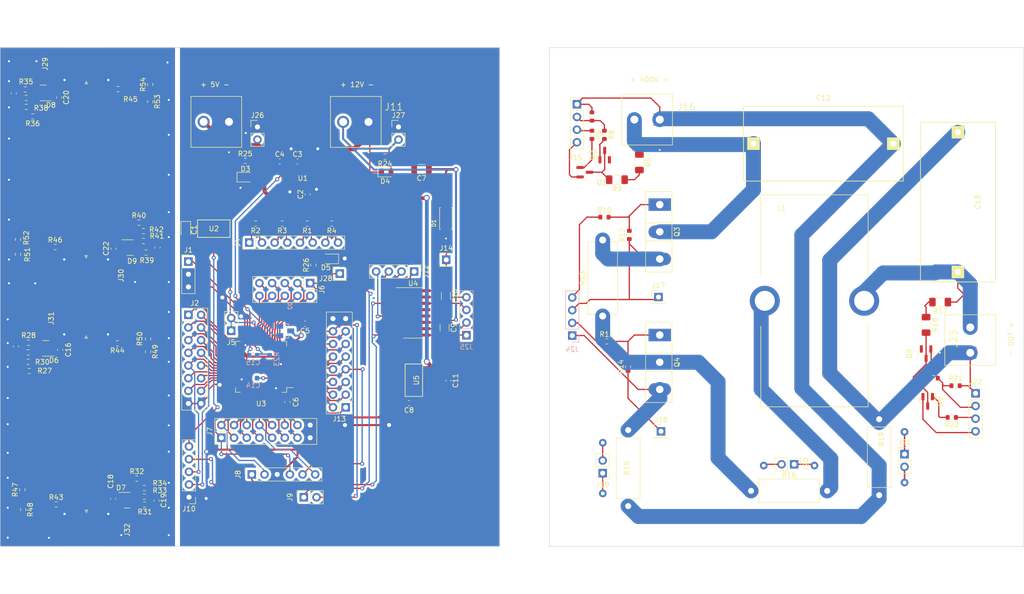
<source format=kicad_pcb>
(kicad_pcb (version 20221018) (generator pcbnew)
  (layers (0 "F.Cu" signal) (31 "B.Cu" signal) (34 "B.Paste" user) (35 "F.Paste" user) (36 "B.SilkS" user "B.Silkscreen") (37 "F.SilkS" user "F.Silkscreen") (38 "B.Mask" user) (39 "F.Mask" user) (44 "Edge.Cuts" user))
  (net 0 "")
  (net 1 "Out")
  (net 2 "Out_G")
  (net 3 "V400_IN")
  (net 4 "GND_P")
  (net 5 "Net-(D1-K)")
  (net 6 "VCC5_IN")
  (net 7 "GND_A")
  (net 8 "VCC5_D")
  (net 9 "VDD3_D")
  (net 10 "VCC12_IN")
  (net 11 "Net-(L1-Pad1)")
  (net 12 "VCC3_D")
  (net 13 "VDD3_A")
  (net 14 "GND_D")
  (net 15 "SWO")
  (net 16 "SWCLK")
  (net 17 "SWDIO")
  (net 18 "STLINK_TX")
  (net 19 "STLINK_RX")
  (net 20 "NRST")
  (net 21 "/PC13")
  (net 22 "/PC14")
  (net 23 "/PC15")
  (net 24 "/PF0")
  (net 25 "/PF1")
  (net 26 "/PC0")
  (net 27 "/PC1")
  (net 28 "/PC2")
  (net 29 "/PC3")
  (net 30 "/PA0")
  (net 31 "/PA1")
  (net 32 "/PA4")
  (net 33 "/PA5")
  (net 34 "/PA6")
  (net 35 "/PA7")
  (net 36 "/PC4")
  (net 37 "/PC5")
  (net 38 "/PB0")
  (net 39 "/PB1")
  (net 40 "/PB2")
  (net 41 "/PB10")
  (net 42 "/PB11")
  (net 43 "/PB12")
  (net 44 "/PB13")
  (net 45 "/PB14")
  (net 46 "/PB15")
  (net 47 "/PC6")
  (net 48 "/PC7")
  (net 49 "/PC8")
  (net 50 "/PC9")
  (net 51 "/PA8")
  (net 52 "/PA9")
  (net 53 "/PA10")
  (net 54 "/PA11")
  (net 55 "/PA12")
  (net 56 "/PA15")
  (net 57 "/PC10")
  (net 58 "/PC11")
  (net 59 "/PC12")
  (net 60 "/PD2")
  (net 61 "/PB4")
  (net 62 "/PB5")
  (net 63 "/PB6")
  (net 64 "/PB7")
  (net 65 "/PB8")
  (net 66 "/PB9")
  (net 67 "Net-(Q5-E)")
  (net 68 "Net-(Q5-B)")
  (net 69 "Net-(Q6-E)")
  (net 70 "Net-(J18-Pin_1)")
  (net 71 "Net-(J17-Pin_1)")
  (net 72 "Net-(J19-Pin_1)")
  (net 73 "Net-(J19-Pin_2)")
  (net 74 "Net-(U1-Cbyp)")
  (net 75 "Net-(D3-A)")
  (net 76 "Net-(D4-A)")
  (net 77 "Net-(J4-Pin_8)")
  (net 78 "Net-(J4-Pin_7)")
  (net 79 "Net-(J4-Pin_6)")
  (net 80 "Net-(J4-Pin_5)")
  (net 81 "Net-(J4-Pin_4)")
  (net 82 "Net-(J4-Pin_3)")
  (net 83 "Net-(J4-Pin_2)")
  (net 84 "Net-(J4-Pin_1)")
  (net 85 "Net-(J12-Pin_3)")
  (net 86 "Net-(J12-Pin_2)")
  (net 87 "Net-(J12-Pin_1)")
  (net 88 "Net-(J13-Pin_1)")
  (net 89 "Net-(J15-Pin_2)")
  (net 90 "Net-(J15-Pin_3)")
  (net 91 "Net-(J15-Pin_4)")
  (net 92 "Net-(J20-Pin_1)")
  (net 93 "Net-(J20-Pin_2)")
  (net 94 "Net-(J21-Pin_1)")
  (net 95 "Net-(J21-Pin_2)")
  (net 96 "Net-(J22-Pin_4)")
  (net 97 "Net-(J22-Pin_3)")
  (net 98 "Net-(J22-Pin_2)")
  (net 99 "Net-(J24-Pin_4)")
  (net 100 "Net-(J24-Pin_2)")
  (net 101 "Net-(Q1-E)")
  (net 102 "Net-(Q1-B)")
  (net 103 "Net-(Q2-E)")
  (net 105 "Net-(Q3-G)")
  (net 106 "Net-(Q4-G)")
  (net 107 "Net-(Q4-D)")
  (net 109 "Net-(R5-Pad2)")
  (net 110 "Net-(R17-Pad2)")
  (net 116 "Net-(D5-A)")
  (net 117 "Net-(J28-Pin_1)")
  (net 118 "Net-(J29-In)")
  (net 119 "Net-(J31-In)")
  (net 120 "Net-(C16-Pad1)")
  (net 121 "Net-(D6-A)")
  (net 122 "Net-(C17-Pad2)")
  (net 123 "Net-(C18-Pad1)")
  (net 124 "Net-(D7-A)")
  (net 125 "Net-(C19-Pad2)")
  (net 126 "Net-(C20-Pad1)")
  (net 127 "Net-(D8-A)")
  (net 128 "Net-(C21-Pad2)")
  (net 129 "Net-(C22-Pad1)")
  (net 130 "Net-(D9-A)")
  (net 131 "Net-(C23-Pad2)")
  (net 132 "Net-(D6-K-Pad1)")
  (net 133 "Net-(D6-K-Pad3)")
  (net 134 "Net-(D7-K-Pad1)")
  (net 135 "Net-(D7-K-Pad3)")
  (net 136 "Net-(D8-K-Pad1)")
  (net 137 "Net-(D8-K-Pad3)")
  (net 138 "Net-(D9-K-Pad1)")
  (net 139 "Net-(D9-K-Pad3)")
  (net 140 "Net-(R29-Pad1)")
  (net 141 "Net-(R33-Pad1)")
  (net 142 "Net-(R37-Pad1)")
  (net 143 "Net-(R41-Pad1)")
  (net 144 "Net-(C17-Pad1)")
  (net 145 "Net-(C19-Pad1)")
  (net 146 "Net-(R43-Pad1)")
  (net 147 "Net-(R44-Pad1)")
  (net 148 "Net-(R45-Pad1)")
  (net 149 "Net-(R46-Pad1)")
  (net 150 "/GND_S")
  (net 151 "Net-(C21-Pad1)")
  (net 152 "Net-(C23-Pad1)")
  (net 153 "Net-(J12-Pin_4)")
  (footprint "Resistor_SMD:R_0603_1608Metric" (layer "F.Cu") (at 76.5002 48.8188 180)
    (fp_text reference "R36")
    (fp_text value "120" hide)
  )
  (footprint "Resistor_SMD:R_0603_1608Metric" (layer "F.Cu") (at 75 43.4 180)
    (fp_text reference "R35")
    (fp_text value "120" hide)
  )
  (footprint "Resistor_SMD:R_0603_1608Metric" (layer "F.Cu") (at 75.2 46.9)
    (fp_text reference "R38")
    (fp_text value "120" hide)
  )
  (footprint "Resistor_SMD:R_1206_3216Metric_Pad1.30x1.75mm_HandSolder" (layer "F.Cu") (at 198 58 -90)
    (fp_text reference "R5")
    (fp_text value "2.2M")
  )
  (footprint "Package_QFP:LQFP-64_10x10mm_P0.5mm" (layer "F.Cu") (at 122.247 98.993 180)
    (fp_text reference "U3")
    (fp_text value "STM32G474RETx" hide)
  )
  (footprint "Connector_PinHeader_2.54mm:PinHeader_1x01_P2.54mm_Vertical" (layer "F.Cu") (at 202.334 111.934)
    (fp_text reference "J18")
    (fp_text value "Conn_01x01_Pin" hide)
  )
  (footprint "LED_SMD:LED_0805_2012Metric" (layer "F.Cu") (at 147.3176 59.9656)
    (fp_text reference "D4")
    (fp_text value "LED")
  )
  (footprint "Capacitor_SMD:C_0603_1608Metric" (layer "F.Cu") (at 127.494 106.079 90)
    (fp_text reference "C6")
    (fp_text value "0.1u")
  )
  (footprint "inverter:R_Shunt_Axial_DIN0414_L11.9mm_D4.5mm_P15.24mm_Horizontal" (layer "F.Cu") (at 195.7585 126.92 90)
    (fp_text reference "R15")
    (fp_text value "0.01")
  )
  (footprint "Resistor_SMD:R_0603_1608Metric" (layer "F.Cu") (at 93.45 94.3 180)
    (fp_text reference "R44")
    (fp_text value "50" hide)
  )
  (footprint "Resistor_SMD:R_0603_1608Metric" (layer "F.Cu") (at 98.85 125.0188)
    (fp_text reference "R33")
    (fp_text value "120" hide)
  )
  (footprint "Resistor_SMD:R_0603_1608Metric" (layer "F.Cu") (at 75.599 96.1136 180)
    (fp_text reference "R29" hide)
    (fp_text value "120" hide)
  )
  (footprint "Connector_Coaxial:SMA_Molex_73251-1153_EdgeMount_Horizontal" (layer "F.Cu") (at 87.2 79.2 90)
    (fp_text reference "J30")
    (fp_text value "Conn_Coaxial" hide)
  )
  (footprint "Connector_Coaxial:SMA_Molex_73251-1153_EdgeMount_Horizontal" (layer "F.Cu") (at 87.25 130.21 90)
    (fp_text reference "J32")
    (fp_text value "Conn_Coaxial" hide)
  )
  (footprint "Resistor_SMD:R_0603_1608Metric" (layer "F.Cu") (at 75.7936 99.8474 180)
    (fp_text reference "R27")
    (fp_text value "120" hide)
  )
  (footprint "Resistor_SMD:R_0603_1608Metric" (layer "F.Cu") (at 75.5868 97.9932)
    (fp_text reference "R30")
    (fp_text value "120" hide)
  )
  (footprint "Resistor_SMD:R_0603_1608Metric" (layer "F.Cu") (at 256.944 101.266 180)
    (fp_text reference "R20" hide)
    (fp_text value "22K")
  )
  (footprint "LED_SMD:LED_0805_2012Metric" (layer "F.Cu") (at 136.09 77.36 180)
    (fp_text reference "D5")
    (fp_text value "LED")
  )
  (footprint "Package_TO_SOT_THT:TO-247-3_Vertical" (layer "F.Cu") (at 202.08 66.49 -90)
    (fp_text reference "Q3")
    (fp_text value "C3M0120090D")
  )
  (footprint "Connector_Coaxial:SMA_Molex_73251-1153_EdgeMount_Horizontal" (layer "F.Cu") (at 87.2 90.78 -90)
    (fp_text reference "J31")
    (fp_text value "Conn_Coaxial" hide)
  )
  (footprint "Capacitor_SMD:C_0603_1608Metric" (layer "F.Cu") (at 125.97 57.832)
    (fp_text reference "C4")
    (fp_text value "1uF")
  )
  (footprint "Resistor_SMD:R_0603_1608Metric" (layer "F.Cu") (at 136.384 70.291 180)
    (fp_text reference "R4")
    (fp_text value "50")
  )
  (footprint "Resistor_SMD:R_1206_3216Metric_Pad1.30x1.75mm_HandSolder" (layer "F.Cu") (at 193.5 61.5 180)
    (fp_text reference "R9")
    (fp_text value "2.2M")
  )
  (footprint "Connector_PinHeader_2.54mm:PinHeader_1x02_P2.54mm_Vertical" (layer "F.Cu") (at 121.5112 50.9232)
    (fp_text reference "J26")
    (fp_text value "Conn_01x02_Pin")
  )
  (footprint "LED_SMD:LED_0805_2012Metric" (layer "F.Cu") (at 107.174 71.561 -90)
    (fp_text reference "C1")
    (fp_text value "1uF")
  )
  (footprint "inverter:C_Rect_W15_L32_P27.5" (layer "F.Cu") (at 261.8 65.99 90)
    (fp_text reference "C13")
    (fp_text value "2.2uF")
  )
  (footprint "Capacitor_SMD:C_0603_1608Metric" (layer "F.Cu") (at 92.6 125.45 -90)
    (fp_text reference "C18")
    (fp_text value "1n" hide)
  )
  (footprint "Resistor_SMD:R_0603_1608Metric" (layer "F.Cu") (at 81.2 126.6)
    (fp_text reference "R43")
    (fp_text value "50" hide)
  )
  (footprint "Package_TO_SOT_THT:TO-247-3_Vertical" (layer "F.Cu") (at 202.08 92.63 -90)
    (fp_text reference "Q4")
    (fp_text value "C3M0120090D")
  )
  (footprint "Connector_PinHeader_2.54mm:PinHeader_1x02_P2.54mm_Vertical" (layer "F.Cu") (at 116.25 91.77 180)
    (fp_text reference "J5")
    (fp_text value "Conn_01x02" hide)
  )
  (footprint "Capacitor_SMD:C_0603_1608Metric" (layer "F.Cu") (at 82 95.6 90)
    (fp_text reference "C16")
    (fp_text value "1n" hide)
  )
  (footprint "inverter:SOT-23-D-PP" (layer "F.Cu") (at 78.6 44.1 180)
    (fp_text reference "D8")
    (fp_text value "BAT54SW" hide)
  )
  (footprint "Capacitor_SMD:C_0603_1608Metric" (layer "F.Cu") (at 72.7 44.2 90)
    (fp_text reference "C21" hide)
    (fp_text value "1n" hide)
  )
  (footprint "Package_TO_SOT_SMD:SOT-23" (layer "F.Cu") (at 255.74 105.9165 -90)
    (fp_text reference "Q6")
    (fp_text value "Q_NPN_ECB")
  )
  (footprint "Resistor_SMD:R_0603_1608Metric" (layer "F.Cu") (at 98.85 123.3 180)
    (fp_text reference "R34")
    (fp_text value "120" hide)
  )
  (footprint "Resistor_SMD:R_0603_1608Metric" (layer "F.Cu") (at 100.0338 45.847 -90)
    (fp_text reference "R53")
    (fp_text value "0" hide)
  )
  (footprint "Capacitor_SMD:C_1206_3216Metric" (layer "F.Cu") (at 158.99 91.155 -90)
    (fp_text reference "C9")
    (fp_text value "100n")
  )
  (footprint "inverter:SOT-23-D-PP" (layer "F.Cu") (at 79.1 95.3 180)
    (fp_text reference "D6")
    (fp_text value "BAT54SW")
  )
  (footprint "Resistor_SMD:R_0603_1608Metric" (layer "F.Cu") (at 191 69)
    (fp_text reference "R10")
    (fp_text value "10")
  )
  (footprint "Capacitor_SMD:C_1206_3216Metric" (layer "F.Cu") (at 159.244 84.805 -90)
    (fp_text reference "C10")
    (fp_text value "100n")
  )
  (footprint "snap_eda:DO-214-AC_SMA" (layer "F.Cu") (at 159.2694 69.2874 90)
    (fp_text reference "D1")
    (fp_text value "BYG21M")
  )
  (footprint "Resistor_SMD:R_0603_1608Metric" (layer "F.Cu") (at 98.6622 73.787)
    (fp_text reference "R41")
    (fp_text value "120" hide)
  )
  (footprint "Resistor_SMD:R_0603_1608Metric" (layer "F.Cu") (at 73.5416 73.4568 90)
    (fp_text reference "R52")
    (fp_text value "0" hide)
  )
  (footprint "Capacitor_SMD:C_0603_1608Metric" (layer "F.Cu") (at 101.3 125.8 -90)
    (fp_text reference "C19")
    (fp_text value "1n" hide)
  )
  (footprint "Connector_PinHeader_2.54mm:PinHeader_1x02_P2.54mm_Vertical" (layer "F.Cu") (at 190.65 120.316 180)
    (fp_text reference "J19")
    (fp_text value "Conn_01x02")
  )
  (footprint "Connector_PinHeader_2.54mm:PinHeader_1x08_P2.54mm_Vertical" (layer "F.Cu") (at 119.874 74.101 90)
    (fp_text reference "J4")
    (fp_text value "Conn_01x08" hide)
  )
  (footprint "Resistor_SMD:R_0603_1608Metric" (layer "F.Cu") (at 126.478 70.291 180)
    (fp_text reference "R3")
    (fp_text value "50" hide)
  )
  (footprint "Resistor_SMD:R_1206_3216Metric_Pad1.30x1.75mm_HandSolder" (layer "F.Cu") (at 258.24 86.026 180)
    (fp_text reference "R17")
    (fp_text value "2.2M")
  )
  (footprint "Resistor_SMD:R_0603_1608Metric" (layer "F.Cu") (at 147.0514 56.8668 180)
    (fp_text reference "R24")
    (fp_text value "510")
  )
  (footprint "Resistor_SMD:R_0603_1608Metric" (layer "F.Cu") (at 191.475 93.9)
    (fp_text reference "R11")
    (fp_text value "10")
  )
  (footprint "Resistor_SMD:R_0603_1608Metric" (layer "F.Cu") (at 75.2 45.1 180)
    (fp_text reference "R37" hide)
    (fp_text value "120" hide)
  )
  (footprint "snap_eda:CUI_TB004-508-P02BE" (layer "F.Cu") (at 202.08 49.45 180)
    (fp_text reference "J16")
    (fp_text value "Conn_01x02_Socket" hide)
  )
  (footprint "Resistor_SMD:R_0603_1608Metric" (layer "F.Cu") (at 98.9 126.5936)
    (fp_text reference "R31")
    (fp_text value "120" hide)
  )
  (footprint "Resistor_SMD:R_0603_1608Metric" (layer "F.Cu") (at 188.5 52.5 -90)
    (fp_text reference "R6")
    (fp_text value "50")
  )
  (footprint "Connector_PinHeader_2.54mm:PinHeader_1x03_P2.54mm_Vertical" (layer "F.Cu") (at 107.682 77.911)
    (fp_text reference "J1")
    (fp_text value "Conn_01x03" hide)
  )
  (footprint "Resistor_SMD:R_0603_1608Metric" (layer "F.Cu") (at 119.0606 57.7304)
    (fp_text reference "R25")
    (fp_text value "2200")
  )
  (footprint "Resistor_SMD:R_0603_1608Metric" (layer "F.Cu") (at 74.422 123.6472 90)
    (fp_text reference "R47")
    (fp_text value "0" hide)
  )
  (footprint "Resistor_SMD:R_0603_1608Metric" (layer "F.Cu") (at 260.563 109.14 180)
    (fp_text reference "R22")
    (fp_text value "50")
  )
  (footprint "Package_TO_SOT_SMD:SOT-23" (layer "F.Cu") (at 255.42 96.3615 -90)
    (fp_text reference "Q5")
    (fp_text value "Q_NPN_ECB")
  )
  (footprint "Connector_PinHeader_2.54mm:PinHeader_2x08_P2.54mm_Vertical" (layer "F.Cu") (at 107.682 88.579)
    (fp_text reference "J2")
    (fp_text value "Conn_02x08_Odd_Even" hide)
  )
  (footprint "Resistor_SMD:R_0603_1608Metric" (layer "F.Cu") (at 74.583 127.635 -90)
    (fp_text reference "R48")
    (fp_text value "0" hide)
  )
  (footprint "Resistor_SMD:R_0603_1608Metric" (layer "F.Cu") (at 75.6568 94.1838 180)
    (fp_text reference "R28")
    (fp_text value "120" hide)
  )
  (footprint "Resistor_SMD:R_0603_1608Metric" (layer "F.Cu") (at 99.6188 93.4212 90)
    (fp_text reference "R50")
    (fp_text value "0" hide)
  )
  (footprint "Capacitor_SMD:C_0603_1608Metric" (layer "F.Cu") (at 92.7 75.3 -90)
    (fp_text reference "C22")
    (fp_text value "1n" hide)
  )
  (footprint "Resistor_SMD:R_0603_1608Metric" (layer "F.Cu") (at 97.7732 70.104)
    (fp_text reference "R40")
    (fp_text value "120" hide)
  )
  (footprint "snap_eda:Toroid-44-22" (layer "F.Cu") (at 233.068 85.772)
    (fp_text reference "L1")
    (fp_text value "L")
  )
  (footprint "Resistor_SMD:R_1206_3216Metric_Pad1.30x1.75mm_HandSolder" (layer "F.Cu") (at 255.42 90.598 -90)
    (fp_text reference "R18")
    (fp_text value "2.2M")
  )
  (footprint "Resistor_SMD:R_0603_1608Metric" (layer "F.Cu") (at 100.0338 42.418 90)
    (fp_text reference "R54")
    (fp_text value "0" hide)
  )
  (footprint "Connector_PinHeader_2.54mm:PinHeader_1x01_P2.54mm_Vertical" (layer "F.Cu") (at 159.3202 77.5424)
    (fp_text reference "J14")
    (fp_text value "Conn_01x01_Pin" hide)
  )
  (footprint "Connector_PinSocket_2.54mm:PinSocket_1x06_P2.54mm_Vertical" (layer "F.Cu") (at 120.382 120.57 90)
    (fp_text reference "J8")
    (fp_text value "Conn_01x06_Pin" hide)
  )
  (footprint "Capacitor_SMD:C_0603_1608Metric" (layer "F.Cu") (at 81.8 45 90)
    (fp_text reference "C20")
    (fp_text value "1n" hide)
  )
  (footprint "Capacitor_SMD:C_0603_1608Metric" (layer "F.Cu") (at 101.5 75.1 -90)
    (fp_text reference "C23" hide)
    (fp_text value "1n" hide)
  )
  (footprint "LED_SMD:LED_0805_2012Metric" (layer "F.Cu") (at 119.1005 60.9816)
    (fp_text reference "D3")
    (fp_text value "LED")
  )
  (footprint "Resistor_SMD:R_0603_1608Metric" (layer "F.Cu") (at 81 75)
    (fp_text reference "R46")
    (fp_text value "50" hide)
  )
  (footprint "Package_SO:SOIC-16_3.9x9.9mm_P1.27mm" (layer "F.Cu") (at 152.705 88.185)
    (fp_text reference "U4")
    (fp_text value "ADUM3223")
  )
  (footprint "Capacitor_SMD:C_0603_1608Metric" (layer "F.Cu") (at 131.05 90.357 180)
    (fp_text reference "C5")
    (fp_text value "0.1u")
  )
  (footprint "Connector_PinHeader_2.54mm:PinHeader_1x05_P2.54mm_Vertical" (layer "F.Cu") (at 107.8 125.13 180)
    (fp_text reference "J10")
    (fp_text value "Conn_01x05" hide)
  )
  (footprint "inverter:R_Shunt_Axial_DIN0414_L11.9mm_D4.5mm_P15.24mm_Horizontal" (layer "F.Cu") (at 220.368 123.872)
    (fp_text reference "R16")
    (fp_text value "0.01")
  )
  (footprint "Package_TO_SOT_SMD:SOT-23" (layer "F.Cu") (at 187.0625 60)
    (fp_text reference "Q1")
    (fp_text value "Q_NPN_ECB" hide)
  )
  (footprint "Connector_PinHeader_2.54mm:PinHeader_2x08_P2.54mm_Vertical" (layer "F.Cu") (at 139.178 107.121 180)
    (fp_text reference "J13")
    (fp_text value "Conn_02x08_Odd_Even" hide)
  )
  (footprint "Resistor_SMD:R_0603_1608Metric" (layer "F.Cu") (at 131.495 70.291 180)
    (fp_text reference "R1")
    (fp_text value "50")
  )
  (footprint "snap_eda:CUI_TB004-508-P02BE" (layer "F.Cu") (at 143.75 49.9125 180)
    (fp_text reference "J11")
    (fp_text value "Conn_01x02_Socket" hide)
  )
  (footprint "Resistor_SMD:R_0603_1608Metric" (layer "F.Cu") (at 195.984 72.564 90)
    (fp_text reference "R12")
    (fp_text value "1K")
  )
  (footprint "Connector_PinHeader_2.54mm:PinHeader_1x01_P2.54mm_Vertical" (layer "F.Cu") (at 137.986792 80.331208)
    (fp_text reference "J28")
    (fp_text value "Conn_01x01_Pin")
  )
  (footprint "Capacitor_SMD:C_0603_1608Metric" (layer "F.Cu") (at 159.752 101.774 -90)
    (fp_text reference "C11")
    (fp_text value "1uF")
  )
  (footprint "Resistor_SMD:R_0603_1608Metric" (layer "F.Cu") (at 261.325 102.79)
    (fp_text reference "R21")
    (fp_text value "22K")
  )
  (footprint "Resistor_SMD:R_0603_1608Metric" (layer "F.Cu") (at 132.7 78.6 90)
    (fp_text reference "R26")
    (fp_text value "510")
  )
  (footprint "Connector_PinHeader_2.54mm:PinHeader_1x04_P2.54mm_Vertical" (layer "F.Cu") (at 265.326 104.314)
    (fp_text reference "J22")
    (fp_text value "Conn_01x04" hide)
  )
  (footprint "Resistor_SMD:R_0603_1608Metric" (layer "F.Cu") (at 188.5 48.825 90)
    (fp_text reference "R7" hide)
    (fp_text value "22K")
  )
  (footprint "Capacitor_SMD:C_0603_1608Metric" (layer "F.Cu") (at 151.865 106.274)
    (fp_text reference "C8")
    (fp_text value "1uF")
  )
  (footprint "inverter:SOT-23-D-PP" (layer "F.Cu") (at 96 75.1)
    (fp_text reference "D9")
    (fp_text value "BAT54SW" hide)
  )
  (footprint "Connector_PinSocket_2.54mm:PinSocket_1x02_P2.54mm_Vertical" (layer "F.Cu") (at 130.796 125.142 90)
    (fp_text reference "J9")
    (fp_text value "Conn_01x02_Pin" hide)
  )
  (footprint "inverter:SOT-223" (layer "F.Cu") (at 112.762 71.307)
    (fp_text reference "U2")
    (fp_text value "AZ1117-5.0" hide)
  )
  (footprint "Connector_PinHeader_2.54mm:PinHeader_2x05_P2.54mm_Vertical" (layer "F.Cu") (at 132.066 82.229 -90)
    (fp_text reference "J6")
    (fp_text value "Conn_02x05_Odd_Even" hide)
  )
  (footprint "inverter:SOT-223" (layer "F.Cu") (at 152.842 101.688 90)
    (fp_text reference "U5")
    (fp_text value "AZ1117-3.3")
  )
  (footprint "snap_eda:CUI_TB004-508-P02BE" (layer "F.Cu") (at 115.81 49.895 180)
    (fp_text reference "J3" hide)
    (fp_text value "Conn_01x02_Socket" hide)
  )
  (footprint "Resistor_SMD:R_0603_1608Metric" (layer "F.Cu") (at 99.2 76.1)
    (fp_text reference "R39")
    (fp_text value "120" hide)
  )
  (footprint "Connector_PinHeader_2.54mm:PinHeader_2x08_P2.54mm_Vertical" (layer "F.Cu") (at 114.286 113.217 90)
    (fp_text reference "J7")
    (fp_text value "Conn_02x08_Odd_Even" hide)
  )
  (footprint "Resistor_SMD:R_0603_1608Metric" (layer "F.Cu") (at 121.144 70.291 180)
    (fp_text reference "R2")
    (fp_text value "50")
  )
  (footprint "Capacitor_SMD:C_1206_3216Metric" (layer "F.Cu") (at 154.369 59.356 180)
    (fp_text reference "C7")
    (fp_text value "100n")
  )
  (footprint "inverter:C_Rect_W15_L32_P27.5" (layer "F.Cu") (at 234.846 54.276)
    (fp_text reference "C12")
    (fp_text value "2.2u")
  )
  (footprint "Resistor_SMD:R_0603_1608Metric" (layer "F.Cu") (at 73.5584 76.454 -90)
    (fp_text reference "R51")
    (fp_text value "0" hide)
  )
  (footprint "Connector_PinHeader_2.54mm:PinHeader_1x02_P2.54mm_Vertical" (layer "F.Cu") (at 149.756 50.9232)
    (fp_text reference "J27")
    (fp_text value "Conn_01x02_Pin" hide)
  )
  (footprint "Connector_PinHeader_2.54mm:PinHeader_1x04_P2.54mm_Vertical" (layer "F.Cu") (at 185.5 46.38)
    (fp_text reference "J15")
    (fp_text value "Conn_01x04" hide)
  )
  (footprint "Resistor_SMD:R_0603_1608Metric" (layer "F.Cu") (at 98.6744 71.8058 180)
    (fp_text reference "R42")
    (fp_text value "120" hide)
  )
  (footprint "Capacitor_SMD:C_0603_1608Metric" (layer "F.Cu") (at 129.526 57.832 180)
    (fp_text reference "C3")
    (fp_text value "470p")
  )
  (footprint "Connector_PinHeader_2.54mm:PinHeader_1x01_P2.54mm_Vertical" (layer "F.Cu") (at 201.826 85.01)
    (fp_text reference "J17")
    (fp_text value "Conn_01x01_Pin" hide)
  )
  (footprint "Resistor_SMD:R_0603_1608Metric" (layer "F.Cu") (at 99.6188 95.9612 -90)
    (fp_text reference "R49")
    (fp_text value "0" hide)
  )
  (footprint "inverter:SOT23-5" (layer "F.Cu") (at 128.002 61.121 180)
    (fp_text reference "U1")
    (fp_text value "MIC5205")
  )
  (footprint "inverter:SOT-23-D-PP" (layer "F.Cu") (at 95.4 125.73)
    (fp_text reference "D7")
    (fp_text value "BAT54SW" hide)
  )
  (footprint "snap_eda:CUI_TB004-508-P02BE" (layer "F.Cu") (at 264.2645 96.186 90)
    (fp_text reference "J23")
    (fp_text value "Conn_01x02_Socket" hide)
  )
  (footprint "Resistor_SMD:R_0603_1608Metric" (layer "F.Cu") (at 93.6 43.3324 180)
    (fp_text reference "R45")
    (fp_text value "50" hide)
  )
  (footprint "Resistor_SMD:R_0603_1608Metric" (layer "F.Cu") (at 97.3582 121.412)
    (fp_text reference "R32")
    (fp_text value "120" hide)
  )
  (footprint "Capacitor_SMD:C_0603_1608Metric" (layer "F.Cu") (at 73.1606 94.9068 90)
    (fp_text reference "C17" hide)
    (fp_text value "1n" hide)
  )
  (footprint "Connector_Coaxial:SMA_Molex_73251-1153_EdgeMount_Horizontal" (layer "F.Cu") (at 87.25 39.79 -90)
    (fp_text reference "J29")
    (fp_text value "Conn_Coaxial" hide)
  )
  (footprint "Connector_PinHeader_2.54mm:PinHeader_1x02_P2.54mm_Vertical" (layer "F.Cu") (at 251.102 116.5)
    (fp_text reference "J21")
    (fp_text value "Conn_01x02" hide)
  )
  (footprint "Resistor_SMD:R_0603_1608Metric" (layer "F.Cu") (at 195.73 98.98 90)
    (fp_text reference "R14")
    (fp_text value "1K")
  )
  (footprint "Capacitor_SMD:C_0603_1608Metric" (layer "F.Cu") (at 131.558 64.436 90)
    (fp_text reference "C2")
    (fp_text value "1uF")
  )
  (footprint "Package_TO_SOT_SMD:SOT-23" (layer "F.Cu") (at 191.05 56.5625 90)
    (fp_text reference "Q2")
    (fp_text value "Q_NPN_ECB" hide)
  )
  (footprint "Resistor_THT:R_Axial_DIN0614_L14.3mm_D5.7mm_P15.24mm_Horizontal" (layer "F.Cu") (at 190.65 88.82 90)
    (fp_text reference "R13")
    (fp_text value "R")
  )
  (footprint "Resistor_SMD:R_0603_1608Metric" (layer "F.Cu") (at 191 52.5 -90)
    (fp_text reference "R8")
    (fp_text value "22K")
  )
  (footprint "inverter:R_Shunt_Axial_DIN0414_L11.9mm_D4.5mm_P15.24mm_Horizontal" (layer "F.Cu") (at 246.022 109.5 -90)
    (fp_text reference "R19")
    (fp_text value "0.01")
  )
  (footprint "Connector_PinHeader_2.54mm:PinHeader_1x02_P2.54mm_Vertical" (layer "F.Cu") (at 229.004 118.538 -90)
    (fp_text reference "J20")
    (fp_text value "Conn_01x02" hide)
  )
  (footprint "Connector_PinHeader_2.54mm:PinHeader_1x04_P2.54mm_Vertical" (layer "F.Cu") (at 152.9 79.9 -90)
    (fp_text reference "J12")
    (fp_text value "Conn_01x04_Pin")
  )
  (footprint "Connector_PinHeader_2.54mm:PinHeader_1x04_P2.54mm_Vertical" (layer "B.Cu") (at 163.3642 92.6708)
    (fp_text reference "J25")
    (fp_text value "Conn_01x04")
  )
  (footprint "Capacitor_SMD:C_0603_1608Metric" (layer "B.Cu") (at 120.649 101.279)
    (fp_text reference "C14")
    (fp_text value "0.1u")
  )
  (footprint "snap_eda:SOT23" (layer "B.Cu") (at 127.07 91.802 90)
    (fp_text reference "D2")
    (fp_text value "BAS70-05")
  )
  (footprint "Capacitor_SMD:C_0603_1608Metric" (layer "B.Cu") (at 120.636 96.694)
    (fp_text reference "C15")
    (fp_text value "0.1u")
  )
  (footprint "Resistor_SMD:R_0603_1608Metric" (layer "B.Cu") (at 123.938 97.456 90)
    (fp_text reference "R23")
    (fp_text value "0")
  )
  (footprint "Connector_PinSocket_2.54mm:PinSocket_1x04_P2.54mm_Vertical" (layer "B.Cu") (at 184.554 92.7316)
    (fp_text reference "J24")
    (fp_text value "Conn_01x04")
  )
  (gr_line (start 275 35) (end 275 135) (stroke (width 0.1)) (layer "Edge.Cuts"))
  (gr_line (start 180 135) (end 180 35) (stroke (width 0.1)) (layer "Edge.Cuts"))
  (gr_line (start 170 35) (end 70 35) (stroke (width 0.1)) (layer "Edge.Cuts"))
  (gr_line (start 170 35) (end 170 135) (stroke (width 0.1)) (layer "Edge.Cuts"))
  (gr_line (start 275 135) (end 180 135) (stroke (width 0.1)) (layer "Edge.Cuts"))
  (gr_line (start 70 35) (end 70 135) (stroke (width 0.1)) (layer "Edge.Cuts"))
  (gr_line (start 70 135) (end 170 135) (stroke (width 0.1)) (layer "Edge.Cuts"))
  (gr_line (start 180 35) (end 275 35) (stroke (width 0.1)) (layer "Edge.Cuts"))
  (gr_text "+ 5V -" (at 110 43) (layer "F.SilkS") (effects (font (size 1 1)) (justify left bottom)))
  (gr_text "+ 12V -" (at 138 43) (layer "F.SilkS") (effects (font (size 1 1)) (justify left bottom)))
  (gr_text "- OUT +" (at 273 97 90) (layer "F.SilkS") (effects (font (size 1 1)) (justify left bottom)))
  (gr_text "+ 400V -" (at 196 42) (layer "F.SilkS") (effects (font (size 1 1)) (justify left bottom)))
  (segment (start 261.77 83.232) (end 261.77 79.99) (width 0.25) (layer "F.Cu") (net 1))
  (segment (start 259.79 86.026) (end 261.516 86.026) (width 0.25) (layer "F.Cu") (net 1))
  (segment (start 263.04 84.502) (end 261.77 83.232) (width 0.25) (layer "F.Cu") (net 1))
  (segment (start 261.516 86.026) (end 263.04 84.502) (width 0.25) (layer "F.Cu") (net 1))
  (segment (start 257.392 79.99) (end 261.77 79.99) (width 3) (layer "B.Cu") (net 1))
  (segment (start 243.018 83.994) (end 246.828 80.184) (width 3) (layer "B.Cu") (net 1))
  (segment (start 257.198 80.184) (end 257.392 79.99) (width 3) (layer "B.Cu") (net 1))
  (segment (start 264.2645 91.106) (end 264.2645 82.4845) (width 3) (layer "B.Cu") (net 1))
  (segment (start 246.828 80.184) (end 257.198 80.184) (width 3) (layer "B.Cu") (net 1))
  (segment (start 243.018 85.772) (end 243.018 83.994) (width 3) (layer "B.Cu") (net 1))
  (segment (start 264.2645 82.4845) (end 261.77 79.99) (width 3) (layer "B.Cu") (net 1))
  (segment (start 264.2645 96.186) (end 264.2645 103.2525) (width 0.25) (layer "F.Cu") (net 2))
  (segment (start 262.15 102.79) (end 263.802 102.79) (width 0.25) (layer "F.Cu") (net 2))
  (segment (start 264.2645 103.2525) (end 265.326 104.314) (width 0.25) (layer "F.Cu") (net 2))
  (segment (start 263.802 102.79) (end 265.326 104.314) (width 0.25) (layer "F.Cu") (net 2))
  (segment (start 246.022 110.156) (end 236.116 100.25) (width 3) (layer "B.Cu") (net 2))
  (segment (start 236.116 100.25) (end 236.116 77.644) (width 3) (layer "B.Cu") (net 2))
  (segment (start 246.022 110.156) (end 259.992 96.186) (width 3) (layer "B.Cu") (net 2))
  (segment (start 236.116 77.644) (end 261.77 51.99) (width 3) (layer "B.Cu") (net 2))
  (segment (start 259.992 96.186) (end 264.2645 96.186) (width 3) (layer "B.Cu") (net 2))
  (segment (start 197 55.45) (end 198 56.45) (width 0.25) (layer "F.Cu") (net 3))
  (segment (start 197 49.45) (end 197 55.45) (width 0.25) (layer "F.Cu") (net 3))
  (segment (start 220.672 54.45) (end 220.846 54.276) (width 3) (layer "B.Cu") (net 3))
  (segment (start 212.42 71.94) (end 205.33 71.94) (width 3) (layer "B.Cu") (net 3))
  (segment (start 220.846 63.514) (end 212.42 71.94) (width 3) (layer "B.Cu") (net 3))
  (segment (start 220.846 54.276) (end 220.846 63.514) (width 3) (layer "B.Cu") (net 3))
  (segment (start 197.68 54.45) (end 220.672 54.45) (width 3) (layer "B.Cu") (net 3))
  (segment (start 205.33 71.94) (end 202.08 71.94) (width 3) (layer "B.Cu") (net 3))
  (segment (start 197 53.77) (end 197.68 54.45) (width 3) (layer "B.Cu") (net 3))
  (segment (start 197 49.45) (end 197 53.77) (width 3) (layer "B.Cu") (net 3))
  (segment (start 188.5 48) (end 188.5 47) (width 0.25) (layer "F.Cu") (net 4))
  (segment (start 186.586 45.132) (end 200.302 45.132) (width 0.25) (layer "F.Cu") (net 4))
  (segment (start 185.57 46.148) (end 186.586 45.132) (width 0.25) (layer "F.Cu") (net 4))
  (segment (start 188.5 47) (end 187.88 46.38) (width 0.25) (layer "F.Cu") (net 4))
  (segment (start 200.302 45.132) (end 202.08 46.91) (width 0.25) (layer "F.Cu") (net 4))
  (segment (start 202.08 46.91) (end 202.08 49.45) (width 0.25) (layer "F.Cu") (net 4))
  (segment (start 187.88 46.38) (end 185.5 46.38) (width 0.25) (layer "F.Cu") (net 4))
  (segment (start 243.846 49.276) (end 202.254 49.276) (width 3) (layer "B.Cu") (net 4))
  (segment (start 195.73 126.92) (end 197.81 129) (width 3) (layer "B.Cu") (net 4))
  (segment (start 230.528 72.594) (end 248.846 54.276) (width 3) (layer "B.Cu") (net 4))
  (segment (start 202.254 49.276) (end 202.08 49.45) (width 3) (layer "B.Cu") (net 4))
  (segment (start 197.81 129) (end 242.418 129) (width 3) (layer "B.Cu") (net 4))
  (segment (start 246.022 125.396) (end 246.022 118.792) (width 3) (layer "B.Cu") (net 4))
  (segment (start 230.528 103.298) (end 230.528 72.594) (width 3) (layer "B.Cu") (net 4))
  (segment (start 248.846 54.276) (end 243.846 49.276) (width 3) (layer "B.Cu") (net 4))
  (segment (start 246.022 118.792) (end 230.528 103.298) (width 3) (layer "B.Cu") (net 4))
  (segment (start 242.418 129) (end 246.022 125.396) (width 3) (layer "B.Cu") (net 4))
  (segment (start 159.3202 71.4682) (end 159.2694 71.4174) (width 0.25) (layer "F.Cu") (net 5))
  (segment (start 155.18 83.74) (end 158.834 83.74) (width 0.25) (layer "F.Cu") (net 5))
  (segment (start 159.3202 77.5424) (end 159.3202 83.2538) (width 0.25) (layer "F.Cu") (net 5))
  (segment (start 159.3202 77.5424) (end 159.3202 71.4682) (width 0.25) (layer "F.Cu") (net 5))
  (segment (start 159.3202 83.2538) (end 159.244 83.33) (width 0.25) (layer "F.Cu") (net 5))
  (segment (start 158.834 83.74) (end 159.244 83.33) (width 0.25) (layer "F.Cu") (net 5))
  (segment (start 130.018877 65.198) (end 129.277 64.456123) (width 0.75) (layer "F.Cu") (net 6))
  (segment (start 121.5112 53.4632) (end 121.5112 54.4792) (width 0.75) (layer "F.Cu") (net 6))
  (segment (start 128.530123 65.203) (end 129.277 64.456123) (width 0.75) (layer "F.Cu") (net 6))
  (segment (start 114.962 74.407) (end 115.81 73.559) (width 0.75) (layer "F.Cu") (net 6))
  (segment (start 126.991 65.203) (end 128.530123 65.203) (width 0.75) (layer "F.Cu") (net 6))
  (segment (start 126.727 62.591) (end 126.897 62.421) (width 0.75) (layer "F.Cu") (net 6))
  (segment (start 115.365 54.53) (end 115.81 54.53) (width 0.75) (layer "F.Cu") (net 6))
  (segment (start 121.4604 54.53) (end 121.7652 54.53) (width 0.75) (layer "F.Cu") (net 6))
  (segment (start 159.231 100.999) (end 157.72 99.488) (width 0.25) (layer "F.Cu") (net 6))
  (segment (start 129.277 64.456123) (end 129.277 62.591) (width 0.75) (layer "F.Cu") (net 6))
  (segment (start 157.72 99.488) (end 155.942 99.488) (width 0.25) (layer "F.Cu") (net 6))
  (segment (start 121.5112 53.4632) (end 121.5112 54.276) (width 0.75) (layer "F.Cu") (net 6))
  (segment (start 115.81 54.53) (end 121.4604 54.53) (width 0.75) (layer "F.Cu") (net 6))
  (segment (start 122.922 55.702) (end 122.922 63.882) (width 0.75) (layer "F.Cu") (net 6))
  (segment (start 126.986 65.198) (end 126.991 65.203) (width 0.75) (layer "F.Cu") (net 6))
  (segment (start 131.558 65.211) (end 131.545 65.198) (width 0.75) (layer "F.Cu") (net 6))
  (segment (start 110.73 49.895) (end 115.365 54.53) (width 0.75) (layer "F.Cu") (net 6))
  (segment (start 121.5112 54.4792) (end 121.4604 54.53) (width 0.75) (layer "F.Cu") (net 6))
  (segment (start 122.922 63.882) (end 124.238 65.198) (width 0.75) (layer "F.Cu") (net 6))
  (segment (start 130.542 65.198) (end 155.332 65.198) (width 0.75) (layer "F.Cu") (net 6))
  (segment (start 126.727 64.939) (end 126.727 62.591) (width 0.75) (layer "F.Cu") (net 6))
  (segment (start 155.332 65.198) (end 155.39 65.14) (width 0.75) (layer "F.Cu") (net 6))
  (segment (start 121.5112 54.276) (end 121.7652 54.53) (width 0.75) (layer "F.Cu") (net 6))
  (segment (start 129.277 62.591) (end 129.107 62.421) (width 0.75) (layer "F.Cu") (net 6))
  (segment (start 159.752 100.999) (end 159.231 100.999) (width 0.25) (layer "F.Cu") (net 6))
  (segment (start 121.7652 54.5452) (end 122.922 55.702) (width 0.75) (layer "F.Cu") (net 6))
  (segment (start 155.942 98.472) (end 155.434 97.964) (width 0.75) (layer "F.Cu") (net 6))
  (segment (start 118.2356 57.7304) (end 116.064 57.7304) (width 0.25) (layer "F.Cu") (net 6))
  (segment (start 155.942 99.488) (end 155.942 98.472) (width 0.75) (layer "F.Cu") (net 6))
  (segment (start 115.81 73.559) (end 115.81 57.4764) (width 0.75) (layer "F.Cu") (net 6))
  (segment (start 130.542 65.198) (end 130.018877 65.198) (width 0.75) (layer "F.Cu") (net 6))
  (segment (start 116.064 57.7304) (end 115.81 57.4764) (width 0.25) (layer "F.Cu") (net 6))
  (segment (start 121.7652 54.53) (end 121.7652 54.5452) (width 0.75) (layer "F.Cu") (net 6))
  (segment (start 131.545 65.198) (end 130.542 65.198) (width 0.75) (layer "F.Cu") (net 6))
  (segment (start 124.238 65.198) (end 126.986 65.198) (width 0.75) (layer "F.Cu") (net 6))
  (segment (start 115.81 57.4764) (end 115.81 54.53) (width 0.75) (layer "F.Cu") (net 6))
  (segment (start 126.986 65.198) (end 126.727 64.939) (width 0.75) (layer "F.Cu") (net 6))
  (via (at 155.434 97.964) (size 1.2) (drill 0.8) (layers "F.Cu" "B.Cu") (net 6))
  (via (at 155.39 65.14) (size 1.2) (drill 0.8) (layers "F.Cu" "B.Cu") (net 6))
  (segment (start 155.434 97.964) (end 155.434 65.184) (width 0.75) (layer "B.Cu") (net 6))
  (segment (start 155.434 65.184) (end 155.39 65.14) (width 0.75) (layer "B.Cu") (net 6))
  (segment (start 120.997 94.854901) (end 121.579099 95.437) (width 0.25) (layer "F.Cu") (net 7))
  (segment (start 116.064 84.007) (end 116.064 82.483) (width 0.25) (layer "F.Cu") (net 7))
  (segment (start 120.997 93.318) (end 120.997 90.3646) (width 0.25) (layer "F.Cu") (net 7))
  (segment (start 110.462 74.407) (end 109.245 74.407) (width 0.25) (layer "F.Cu") (net 7))
  (segment (start 110.462 76.881) (end 116.064 82.483) (width 0.25) (layer "F.Cu") (net 7))
  (segment (start 120.997 93.318) (end 120.997 94.854901) (width 0.25) (layer "F.Cu") (net 7))
  (segment (start 120.997 90.3646) (end 120.7516 90.1192) (width 0.25) (layer "F.Cu") (net 7))
  (segment (start 110.462 76.881) (end 110.462 74.407) (width 0.25) (layer "F.Cu") (net 7))
  (segment (start 109.245 74.407) (end 107.174 72.336) (width 0.25) (layer "F.Cu") (net 7))
  (via (at 120.7516 90.1192) (size 0.8) (drill 0.4) (layers "F.Cu" "B.Cu") (net 7))
  (via (at 121.579099 95.437) (size 0.8) (drill 0.4) (layers "F.Cu" "B.Cu") (net 7))
  (via (at 116.064 84.007) (size 0.8) (drill 0.4) (layers "F.Cu" "B.Cu") (net 7))
  (segment (start 121.652 96.453) (end 121.411 96.694) (width 0.25) (layer "B.Cu") (net 7))
  (segment (start 121.652 96.453) (end 122.414 96.453) (width 0.25) (layer "B.Cu") (net 7))
  (segment (start 116.25 91.77) (end 116.25 89.23) (width 0.25) (layer "B.Cu") (net 7))
  (segment (start 117.1392 90.1192) (end 116.25 89.23) (width 0.25) (layer "B.Cu") (net 7))
  (segment (start 121.652 95.437) (end 121.579099 95.437) (width 0.25) (layer "B.Cu") (net 7))
  (segment (start 116.064 84.007) (end 116.064 89.044) (width 0.25) (layer "B.Cu") (net 7))
  (segment (start 116.064 89.044) (end 116.25 89.23) (width 0.25) (layer "B.Cu") (net 7))
  (segment (start 122.414 96.199) (end 122.414 96.453) (width 0.25) (layer "B.Cu") (net 7))
  (segment (start 123.43 96.453) (end 121.652 96.453) (width 0.25) (layer "B.Cu") (net 7))
  (segment (start 120.7516 90.1192) (end 117.1392 90.1192) (width 0.25) (layer "B.Cu") (net 7))
  (segment (start 116.572 92.092) (end 116.25 91.77) (width 0.25) (layer "B.Cu") (net 7))
  (segment (start 122.414 96.199) (end 121.652 95.437) (width 0.25) (layer "B.Cu") (net 7))
  (segment (start 112.762 74.407) (end 112.762 77.136) (width 0.25) (layer "F.Cu") (net 8))
  (segment (start 108.229 68.207) (end 112.762 68.207) (width 0.25) (layer "F.Cu") (net 8))
  (segment (start 107.8 114.97) (end 107.8 112.832) (width 0.25) (layer "F.Cu") (net 8))
  (segment (start 107.174 70.786) (end 107.174 69.262) (width 0.25) (layer "F.Cu") (net 8))
  (segment (start 107.174 69.262) (end 108.229 68.207) (width 0.25) (layer "F.Cu") (net 8))
  (segment (start 107.8 112.832) (end 113.524 107.108) (width 0.25) (layer "F.Cu") (net 8))
  (via (at 113.524 107.108) (size 0.8) (drill 0.4) (layers "F.Cu" "B.Cu") (net 8))
  (via (at 112.762 77.136) (size 0.8) (drill 0.4) (layers "F.Cu" "B.Cu") (net 8))
  (segment (start 112.762 106.346) (end 112.762 77.136) (width 0.25) (layer "B.Cu") (net 8))
  (segment (start 113.524 107.108) (end 112.762 106.346) (width 0.25) (layer "B.Cu") (net 8))
  (segment (start 119.366 96.948) (end 118.262 95.844) (width 0.4) (layer "F.Cu") (net 9))
  (segment (start 125.997 103.057) (end 125.997 104.668) (width 0.25) (layer "F.Cu") (net 9))
  (segment (start 125.208 96.961) (end 118.497 96.961) (width 0.25) (layer "F.Cu") (net 9))
  (segment (start 125.208 96.961) (end 125.12 97.049) (width 0.4) (layer "F.Cu") (net 9))
  (segment (start 125.97 95.243) (end 125.208 96.005) (width 0.4) (layer "F.Cu") (net 9))
  (segment (start 125.12 101.953) (end 125.91 102.743) (width 0.4) (layer "F.Cu") (net 9))
  (segment (start 125.91 102.743) (end 125.997 102.83) (width 0.25) (layer "F.Cu") (net 9))
  (segment (start 125.91 102.743) (end 132.08 108.913) (width 0.4) (layer "F.Cu") (net 9))
  (segment (start 125.12 97.049) (end 125.12 101.953) (width 0.4) (layer "F.Cu") (net 9))
  (segment (start 118.824 102.523) (end 125.69 102.523) (width 0.25) (layer "F.Cu") (net 9))
  (segment (start 118.337 95.277) (end 118.497 95.437) (width 0.25) (layer "F.Cu") (net 9))
  (segment (start 127.922 95.243) (end 125.97 95.243) (width 0.25) (layer "F.Cu") (net 9))
  (segment (start 132.08 109.14) (end 127.501 104.561) (width 0.25) (layer "F.Cu") (net 9))
  (segment (start 127.501 104.561) (end 125.85 102.91) (width 0.25) (layer "F.Cu") (net 9))
  (segment (start 118.497 95.437) (end 118.497 95.691) (width 0.25) (layer "F.Cu") (net 9))
  (segment (start 122.668 101.279) (end 124.219 101.279) (width 0.25) (layer "F.Cu") (net 9))
  (segment (start 148.648 106.274) (end 149.592 105.33) (width 0.25) (layer "F.Cu") (net 9))
  (segment (start 149.592 101.838) (end 149.742 101.688) (width 0.4) (layer "F.Cu") (net 9))
  (segment (start 118.497 93.318) (end 118.337 93.478) (width 0.25) (layer "F.Cu") (net 9))
  (segment (start 118.337 93.478) (end 118.337 95.277) (width 0.25) (layer "F.Cu") (net 9))
  (segment (start 155.942 101.688) (end 149.742 101.688) (width 0.4) (layer "F.Cu") (net 9))
  (segment (start 116.572 102.743) (end 118.604 102.743) (width 0.25) (layer "F.Cu") (net 9))
  (segment (start 119.366 96.56) (end 119.366 96.948) (width 0.25) (layer "F.Cu") (net 9))
  (segment (start 119.379 96.961) (end 119.366 96.948) (width 0.4) (layer "F.Cu") (net 9))
  (segment (start 125.85 102.91) (end 125.208 102.268) (width 0.25) (layer "F.Cu") (net 9))
  (segment (start 119.366 96.948) (end 119.366 101.981) (width 0.25) (layer "F.Cu") (net 9))
  (segment (start 125.997 103.057) (end 125.85 102.91) (width 0.25) (layer "F.Cu") (net 9))
  (segment (start 124.219 101.279) (end 125.208 102.268) (width 0.25) (layer "F.Cu") (net 9))
  (segment (start 118.497 96.961) (end 118.497 95.437) (width 0.25) (layer "F.Cu") (net 9))
  (segment (start 145.782 109.14) (end 149.592 105.33) (width 0.4) (layer "F.Cu") (net 9))
  (segment (start 119.366 101.981) (end 118.604 102.743) (width 0.25) (layer "F.Cu") (net 9))
  (segment (start 125.208 96.005) (end 125.208 96.961) (width 0.25) (layer "F.Cu") (net 9))
  (segment (start 127.494 104.568) (end 127.501 104.561) (width 0.4) (layer "F.Cu") (net 9))
  (segment (start 127.494 105.304) (end 127.494 104.568) (width 0.4) (layer "F.Cu") (net 9))
  (segment (start 130.275 92.74) (end 127.922 95.093) (width 0.4) (layer "F.Cu") (net 9))
  (segment (start 132.08 109.14) (end 132.08 108.913) (width 0.4) (layer "F.Cu") (net 9))
  (segment (start 118.262 93.503) (end 118.447 93.318) (width 0.4) (layer "F.Cu") (net 9))
  (segment (start 130.275 90.357) (end 130.275 92.74) (width 0.4) (layer "F.Cu") (net 9))
  (segment (start 132.08 109.14) (end 145.782 109.14) (width 0.4) (layer "F.Cu") (net 9))
  (segment (start 125.997 102.83) (end 125.997 103.057) (width 0.25) (layer "F.Cu") (net 9))
  (segment (start 148.648 106.274) (end 145.782 109.14) (width 0.25) (layer "F.Cu") (net 9))
  (segment (start 149.592 105.33) (end 149.592 101.838) (width 0.4) (layer "F.Cu") (net 9))
  (segment (start 118.497 95.691) (end 119.366 96.56) (width 0.25) (layer "F.Cu") (net 9))
  (segment (start 125.208 96.961) (end 119.379 96.961) (width 0.4) (layer "F.Cu") (net 9))
  (segment (start 125.69 102.523) (end 125.91 102.743) (width 0.25) (layer "F.Cu") (net 9))
  (segment (start 118.262 95.844) (end 118.262 93.503) (width 0.4) (layer "F.Cu") (net 9))
  (segment (start 151.09 106.274) (end 148.648 106.274) (width 0.25) (layer "F.Cu") (net 9))
  (segment (start 118.604 102.743) (end 118.824 102.523) (width 0.25) (layer "F.Cu") (net 9))
  (via (at 122.668 101.279) (size 0.8) (drill 0.4) (layers "F.Cu" "B.Cu") (net 9))
  (via (at 130.275 92.74) (size 1) (drill 0.6) (layers "F.Cu" "B.Cu") (net 9))
  (segment (start 130.275 92.74) (end 129.108 92.74) (width 0.4) (layer "B.Cu") (net 9))
  (segment (start 121.424 101.279) (end 122.668 101.279) (width 0.25) (layer "B.Cu") (net 9))
  (segment (start 129.108 92.74) (end 128.17 91.802) (width 0.4) (layer "B.Cu") (net 9))
  (segment (start 159.2694 67.1574) (end 159.2694 59.864) (width 0.4) (layer "F.Cu") (net 10))
  (segment (start 155.844 59.356) (end 161.149 59.356) (width 0.4) (layer "F.Cu") (net 10))
  (segment (start 158.58 90.09) (end 158.99 89.68) (width 0.25) (layer "F.Cu") (net 10))
  (segment (start 161.178 89.68) (end 161.276 89.582) (width 0.25) (layer "F.Cu") (net 10))
  (segment (start 159.2694 59.864) (end 159.6504 59.483) (width 0.4) (layer "F.Cu") (net 10))
  (segment (start 161.149 59.356) (end 161.276 59.483) (width 0.4) (layer "F.Cu") (net 10))
  (segment (start 147.8764 55.3428) (end 149.756 53.4632) (width 0.25) (layer "F.Cu") (net 10))
  (segment (start 155.18 90.09) (end 158.58 90.09) (width 0.25) (layer "F.Cu") (net 10))
  (segment (start 159.6504 59.483) (end 161.276 59.483) (width 0.4) (layer "F.Cu") (net 10))
  (segment (start 158.99 89.68) (end 161.178 89.68) (width 0.25) (layer "F.Cu") (net 10))
  (segment (start 147.8764 56.8668) (end 147.8764 55.3428) (width 0.25) (layer "F.Cu") (net 10))
  (via (at 161.2684 59.4576) (size 1) (drill 0.6) (layers "F.Cu" "B.Cu") (net 10))
  (via (at 161.276 89.582) (size 0.8) (drill 0.4) (layers "F.Cu" "B.Cu") (net 10))
  (segment (start 138.67 49.9125) (end 138.67 53.3) (width 0.4) (layer "B.Cu") (net 10))
  (segment (start 144.853 59.483) (end 161.276 59.483) (width 0.4) (layer "B.Cu") (net 10))
  (segment (start 147.9492 55.27) (end 140.81 55.27) (width 0.4) (layer "B.Cu") (net 10))
  (segment (start 140.81 55.27) (end 140.725 55.355) (width 0.4) (layer "B.Cu") (net 10))
  (segment (start 138.67 53.3) (end 140.725 55.355) (width 0.4) (layer "B.Cu") (net 10))
  (segment (start 161.276 59.483) (end 161.276 89.582) (width 0.4) (layer "B.Cu") (net 10))
  (segment (start 149.756 53.4632) (end 147.9492 55.27) (width 0.4) (layer "B.Cu") (net 10))
  (segment (start 140.725 55.355) (end 144.853 59.483) (width 0.4) (layer "B.Cu") (net 10))
  (segment (start 223.118 85.772) (end 222.4 86.49) (width 3) (layer "B.Cu") (net 11))
  (segment (start 236.33 117.440835) (end 236.33 123.15) (width 3) (layer "B.Cu") (net 11))
  (segment (start 222.4 103.510835) (end 236.33 117.440835) (width 3) (layer "B.Cu") (net 11))
  (segment (start 236.33 123.15) (end 235.608 123.872) (width 3) (layer "B.Cu") (net 11))
  (segment (start 222.4 86.49) (end 222.4 103.510835) (width 3) (layer "B.Cu") (net 11))
  (segment (start 150.23 86.28) (end 144.672444 86.28) (width 0.25) (layer "F.Cu") (net 12))
  (segment (start 121.31399 122.60199) (end 112.762002 122.60199) (width 0.25) (layer "F.Cu") (net 12))
  (segment (start 145.02 92.63) (end 150.23 92.63) (width 0.25) (layer "F.Cu") (net 12))
  (segment (start 144.766 92.884) (end 145.02 92.63) (width 0.25) (layer "F.Cu") (net 12))
  (segment (start 120.382 121.67) (end 121.31399 122.60199) (width 0.25) (layer "F.Cu") (net 12))
  (segment (start 120.382 120.57) (end 120.382 121.67) (width 0.25) (layer "F.Cu") (net 12))
  (segment (start 144.672444 86.28) (end 144.645942 86.306502) (width 0.25) (layer "F.Cu") (net 12))
  (segment (start 112.762002 122.60199) (end 112.254012 122.094) (width 0.25) (layer "F.Cu") (net 12))
  (segment (start 112.160576 117.538101) (end 112.201 117.497677) (width 0.25) (layer "F.Cu") (net 12))
  (segment (start 107.828101 117.538101) (end 112.160576 117.538101) (width 0.25) (layer "F.Cu") (net 12))
  (segment (start 144.512 122.60199) (end 121.31399 122.60199) (width 0.25) (layer "F.Cu") (net 12))
  (segment (start 107.8 117.51) (end 107.828101 117.538101) (width 0.25) (layer "F.Cu") (net 12))
  (via (at 144.766 92.884) (size 0.8) (drill 0.4) (layers "F.Cu" "B.Cu") (net 12))
  (via (at 112.201 117.497677) (size 0.8) (drill 0.4) (layers "F.Cu" "B.Cu") (net 12))
  (via (at 144.512 122.60199) (size 0.8) (drill 0.4) (layers "F.Cu" "B.Cu") (net 12))
  (via (at 144.645942 86.306502) (size 0.8) (drill 0.4) (layers "F.Cu" "B.Cu") (net 12))
  (via (at 112.254012 122.094) (size 0.8) (drill 0.4) (layers "F.Cu" "B.Cu") (net 12))
  (segment (start 144.512 94.154) (end 144.512 93.138) (width 0.25) (layer "B.Cu") (net 12))
  (segment (start 112.508 121.840012) (end 112.508 117.804677) (width 0.25) (layer "B.Cu") (net 12))
  (segment (start 145.305 121.80899) (end 144.512 122.60199) (width 0.25) (layer "B.Cu") (net 12))
  (segment (start 144.512 94.154) (end 144.512 86.440444) (width 0.25) (layer "B.Cu") (net 12))
  (segment (start 112.254012 122.094) (end 112.508 121.840012) (width 0.25) (layer "B.Cu") (net 12))
  (segment (start 144.512 93.138) (end 144.766 92.884) (width 0.25) (layer "B.Cu") (net 12))
  (segment (start 144.512 94.154) (end 145.305 94.947) (width 0.25) (layer "B.Cu") (net 12))
  (segment (start 145.305 94.947) (end 145.305 121.80899) (width 0.25) (layer "B.Cu") (net 12))
  (segment (start 112.508 117.804677) (end 112.201 117.497677) (width 0.25) (layer "B.Cu") (net 12))
  (segment (start 144.512 86.440444) (end 144.645942 86.306502) (width 0.25) (layer "B.Cu") (net 12))
  (segment (start 125.462 61.388) (end 126.579 60.271) (width 0.25) (layer "F.Cu") (net 13))
  (segment (start 119.54 87.47) (end 119.997 87.927) (width 0.25) (layer "F.Cu") (net 13))
  (segment (start 126.579 60.271) (end 126.602 60.271) (width 0.25) (layer "F.Cu") (net 13))
  (segment (start 125.195 57.832) (end 124.192 57.832) (width 0.25) (layer "F.Cu") (net 13))
  (segment (start 126.602 60.271) (end 127.052 59.821) (width 0.25) (layer "F.Cu") (net 13))
  (segment (start 119.997 95.293) (end 120.128 95.424) (width 0.25) (layer "F.Cu") (net 13))
  (segment (start 119.54 87.47) (end 117.08 85.01) (width 0.25) (layer "F.Cu") (net 13))
  (segment (start 123.938 58.086) (end 123.938 58.594) (width 0.25) (layer "F.Cu") (net 13))
  (segment (start 124.192 57.832) (end 123.938 58.086) (width 0.25) (layer "F.Cu") (net 13))
  (segment (start 125.165 59.821) (end 127.052 59.821) (width 0.25) (layer "F.Cu") (net 13))
  (segment (start 119.997 87.927) (end 119.997 93.318) (width 0.25) (layer "F.Cu") (net 13))
  (segment (start 119.997 93.318) (end 119.997 95.293) (width 0.25) (layer "F.Cu") (net 13))
  (segment (start 117.08 85.01) (end 117.08 84.79) (width 0.25) (layer "F.Cu") (net 13))
  (segment (start 123.938 58.594) (end 125.165 59.821) (width 0.25) (layer "F.Cu") (net 13))
  (via (at 119.54 87.47) (size 0.8) (drill 0.4) (layers "F.Cu" "B.Cu") (net 13))
  (via (at 117.08 84.79) (size 0.8) (drill 0.4) (layers "F.Cu" "B.Cu") (net 13))
  (via (at 120.128 95.424) (size 0.8) (drill 0.4) (layers "F.Cu" "B.Cu") (net 13))
  (via (at 125.462 61.388) (size 0.8) (drill 0.4) (layers "F.Cu" "B.Cu") (net 13))
  (segment (start 124.822 92.752) (end 125.97 92.752) (width 0.25) (layer "B.Cu") (net 13))
  (segment (start 125.462 61.388) (end 117.08 69.77) (width 0.25) (layer "B.Cu") (net 13))
  (segment (start 119.62 96.453) (end 119.62 95.932) (width 0.25) (layer "B.Cu") (net 13))
  (segment (start 119.861 96.694) (end 119.62 96.453) (width 0.25) (layer "B.Cu") (net 13))
  (segment (start 119.62 95.932) (end 120.128 95.424) (width 0.25) (layer "B.Cu") (net 13))
  (segment (start 119.54 87.47) (end 124.822 92.752) (width 0.25) (layer "B.Cu") (net 13))
  (segment (start 117.08 69.77) (end 117.08 84.79) (width 0.25) (layer "B.Cu") (net 13))
  (segment (start 125.97 90.852) (end 125.97 92.752) (width 0.25) (layer "B.Cu") (net 13))
  (segment (start 132.066 113.217) (end 132.066 110.677) (width 0.4) (layer "F.Cu") (net 14))
  (segment (start 116.572 102.243) (end 117.64 102.243) (width 0.25) (layer "F.Cu") (net 14))
  (segment (start 146.3801 59.9656) (end 144.2072 59.9656) (width 0.25) (layer "F.Cu") (net 14))
  (segment (start 157.72 104.314) (end 157.72 104.568) (width 0.25) (layer "F.Cu") (net 14))
  (segment (start 115.81 49.895) (end 119.1236 49.895) (width 1) (layer "F.Cu") (net 14))
  (segment (start 135.368 89.341) (end 128.966 95.743) (width 0.25) (layer "F.Cu") (net 14))
  (segment (start 127.079236 95.743) (end 126.224 96.598236) (width 0.25) (layer "F.Cu") (net 14))
  (segment (start 118.997 94.547) (end 119.112 94.662) (width 0.25) (layer "F.Cu") (net 14))
  (segment (start 128.256 55.292) (end 133.59 55.292) (width 1) (layer "F.Cu") (net 14))
  (segment (start 135.114 89.341) (end 132.841 89.341) (width 0.25) (layer "F.Cu") (net 14))
  (segment (start 151.8388 62.4548) (end 145.8444 62.4548) (width 0.25) (layer "F.Cu") (net 14))
  (segment (start 125.497 105.647) (end 125.497 104.668) (width 0.25) (layer "F.Cu") (net 14))
  (segment (start 152.64 106.274) (end 156.776 106.274) (width 0.25) (layer "F.Cu") (net 14))
  (segment (start 157.72 104.568) (end 157.72 105.33) (width 0.25) (layer "F.Cu") (net 14))
  (segment (start 126.224 96.598236) (end 126.224 98.472) (width 0.25) (layer "F.Cu") (net 14))
  (segment (start 127.494 106.854) (end 127.494 107.616) (width 0.25) (layer "F.Cu") (net 14))
  (segment (start 144.2072 59.9656) (end 144.004 59.7624) (width 0.25) (layer "F.Cu") (net 14))
  (segment (start 118.278094 88.833506) (end 118.243679 88.867921) (width 0.75) (layer "F.Cu") (net 14))
  (segment (start 137.0275 77.36) (end 138.9184 77.36) (width 0.75) (layer "F.Cu") (net 14))
  (segment (start 128.256 55.292) (end 128.751 55.787) (width 0.25) (layer "F.Cu") (net 14))
  (segment (start 143.75 49.9125) (end 143.75 52.244) (width 0.25) (layer "F.Cu") (net 14))
  (segment (start 130.542 109.153) (end 129.003 109.153) (width 0.25) (layer "F.Cu") (net 14))
  (segment (start 145.8444 62.4548) (end 144.004 60.6144) (width 0.25) (layer "F.Cu") (net 14))
  (segment (start 107.682 82.991) (end 112.435588 82.991) (width 0.25) (layer "F.Cu") (net 14))
  (segment (start 125.984082 120.57) (end 125.462 120.57) (width 0.4) (layer "F.Cu") (net 14))
  (segment (start 157.733 104.568) (end 157.72 104.568) (width 0.25) (layer "F.Cu") (net 14))
  (segment (start 131.558 63.661) (end 133.095 63.661) (width 0.4) (layer "F.Cu") (net 14))
  (segment (start 119.1744 49.9458) (end 119.1236 49.895) (width 0.25) (layer "F.Cu") (net 14))
  (segment (start 132.841 89.341) (end 131.825 90.357) (width 0.25) (layer "F.Cu") (net 14))
  (segment (start 114.518894 85.074306) (end 114.484479 85.108721) (width 0.75) (layer "F.Cu") (net 14))
  (segment (start 111.749 115.6) (end 129.395 115.6) (width 0.4) (layer "F.Cu") (net 14))
  (segment (start 111.746 104.835) (end 111.746 103.565) (width 0.25) (layer "F.Cu") (net 14))
  (segment (start 157.72 109.648) (end 157.593 109.775) (width 0.25) (layer "F.Cu") (net 14))
  (segment (start 128.966 95.743) (end 127.922 95.743) (width 0.25) (layer "F.Cu") (net 14))
  (segment (start 129.539 115.744) (end 132.066 113.217) (width 0.4) (layer "F.Cu") (net 14))
  (segment (start 125.497 104.668) (end 125.497 103.587) (width 0.25) (layer "F.Cu") (net 14))
  (segment (start 118.997 89.552412) (end 118.997 93.318) (width 0.25) (layer "F.Cu") (net 14))
  (segment (start 157.394 103.988) (end 157.72 104.314) (width 0.4) (layer "F.Cu") (net 14))
  (segment (start 114.295505 102.5006) (end 114.553105 102.243) (width 0.25) (layer "F.Cu") (net 14))
  (segment (start 156.776 106.274) (end 157.72 105.33) (width 0.25) (layer "F.Cu") (net 14))
  (segment (start 118.163 63.0598) (end 118.1076 63.1152) (width 0.25) (layer "F.Cu") (net 14))
  (segment (start 139.178 89.341) (end 136.638 89.341) (width 1) (layer "F.Cu") (net 14))
  (segment (start 143.75 52.244) (end 143.75 52.498) (width 0.25) (layer "F.Cu") (net 14))
  (segment (start 119.1236 49.895) (end 121.4604 49.895) (width 1) (layer "F.Cu") (net 14))
  (segment (start 117.64 102.243) (end 118.35 101.533) (width 0.25) (layer "F.Cu") (net 14))
  (segment (start 152.894 61.3996) (end 151.8388 62.4548) (width 0.25) (layer "F.Cu") (net 14))
  (segment (start 110.222 106.359) (end 111.746 104.835) (width 0.25) (layer "F.Cu") (net 14))
  (segment (start 136.638 89.341) (end 135.114 89.341) (width 1) (layer "F.Cu") (net 14))
  (segment (start 112.8104 102.5006) (end 113.9444 102.5006) (width 0.25) (layer "F.Cu") (net 14))
  (segment (start 127.922 95.743) (end 127.079236 95.743) (width 0.25) (layer "F.Cu") (net 14))
  (segment (start 111.238 125.396) (end 108.066 125.396) (width 0.4) (layer "F.Cu") (net 14))
  (segment (start 118.997 93.318) (end 118.997 94.547) (width 0.25) (layer "F.Cu") (net 14))
  (segment (start 148.7453 49.9125) (end 149.756 50.9232) (width 0.75) (layer "F.Cu") (net 14))
  (segment (start 119.1744 52.1424) (end 119.1744 49.9458) (width 0.25) (layer "F.Cu") (net 14))
  (segment (start 129.539 117.015082) (end 125.984082 120.57) (width 0.4) (layer "F.Cu") (net 14))
  (segment (start 155.942 103.988) (end 157.394 103.988) (width 0.4) (layer "F.Cu") (net 14))
  (segment (start 132.066 110.677) (end 130.542 109.153) (width 0.25) (layer "F.Cu") (net 14))
  (segment (start 107.682 82.991) (end 107.682 80.451) (width 0.25) (layer "F.Cu") (net 14))
  (segment (start 133.095 63.661) (end 133.336 63.42) (width 0.4) (layer "F.Cu") (net 14))
  (segment (start 129.395 115.6) (end 129.539 115.744) (width 0.4) (layer "F.Cu") (net 14))
  (segment (start 144.004 60.6144) (end 144.004 59.7624) (width 0.25) (layer "F.Cu") (net 14))
  (segment (start 113.9444 102.5006) (end 113.9444 102.6175) (width 0.75) (layer "F.Cu") (net 14))
  (segment (start 156.691 110.677) (end 157.593 109.775) (width 0.4) (layer "F.Cu") (net 14))
  (segment (start 126.745 57.832) (end 128.751 57.832) (width 0.25) (layer "F.Cu") (net 14))
  (segment (start 118.278094 88.833506) (end 118.997 89.552412) (width 0.25) (layer "F.Cu") (net 14))
  (segment (start 136.638 89.341) (end 135.368 89.341) (width 0.25) (layer "F.Cu") (net 14))
  (segment (start 108.066 125.396) (end 107.8 125.13) (width 0.4) (layer "F.Cu") (net 14))
  (segment (start 127.48 107.63) (end 125.497 105.647) (width 0.25) (layer "F.Cu") (net 14))
  (segment (start 125.497 103.587) (end 125.208 103.298) (width 0.25) (layer "F.Cu") (net 14))
  (segment (start 133.59 55.292) (end 140.956 55.292) (width 1) (layer "F.Cu") (net 14))
  (segment (start 114.518894 85.074306) (end 118.278094 88.833506) (width 0.25) (layer "F.Cu") (net 14))
  (segment (start 152.894 59.356) (end 152.894 61.3996) (width 0.25) (layer "F.Cu") (net 14))
  (segment (start 121.5112 50.9232) (end 121.5112 49.9458) (width 0.75) (layer "F.Cu") (net 14))
  (segment (start 121.4604 49.895) (end 122.859 49.895) (width 1) (layer "F.Cu") (net 14))
  (segment (start 121.5112 49.9458) (end 121.4604 49.895) (width 0.75) (layer "F.Cu") (net 14))
  (segment (start 128.751 55.787) (end 128.751 57.832) (width 0.25) (layer "F.Cu") (net 14))
  (segment (start 138.9184 77.36) (end 138.99 77.2884) (width 0.75) (layer "F.Cu") (net 14))
  (segment (start 129.539 115.744) (end 129.539 117.015082) (width 0.4) (layer "F.Cu") (net 14))
  (segment (start 140.956 55.292) (end 128.256 55.292) (width 0.4) (layer "F.Cu") (net 14))
  (segment (start 157.72 105.33) (end 157.72 109.648) (width 0.25) (layer "F.Cu") (net 14))
  (segment (start 107.682 106.359) (end 110.222 106.359) (width 0.25) (layer "F.Cu") (net 14))
  (segment (start 128.002 62.421) (end 128.002 63.928) (width 0.4) (layer "F.Cu") (net 14))
  (segment (start 144.004 59.7624) (end 144.004 52.498) (width 0.25) (layer "F.Cu") (net 14))
  (segment (start 111.351 115.998) (end 111.749 115.6) (width 0.4) (layer "F.Cu") (net 14))
  (segment (start 112.435588 82.991) (end 114.518894 85.074306) (width 0.25) (layer "F.Cu") (net 14))
  (segment (start 129.003 109.153) (end 127.48 107.63) (width 0.25) (layer "F.Cu") (net 14))
  (segment (start 144.004 52.498) (end 143.75 52.244) (width 0.25) (layer "F.Cu") (net 14))
  (segment (start 122.859 49.895) (end 128.256 55.292) (width 1) (layer "F.Cu") (net 14))
  (segment (start 114.553105 102.243) (end 116.572 102.243) (width 0.25) (layer "F.Cu") (net 14))
  (segment (start 111.746 103.565) (end 112.8104 102.5006) (width 0.25) (layer "F.Cu") (net 14))
  (segment (start 118.163 60.9816) (end 118.163 63.0598) (width 0.25) (layer "F.Cu") (net 14))
  (segment (start 132.066 110.677) (end 156.691 110.677) (width 0.4) (layer "F.Cu") (net 14))
  (segment (start 159.752 102.549) (end 157.733 104.568) (width 0.25) (layer "F.Cu") (net 14))
  (segment (start 141.21 55.038) (end 143.75 52.498) (width 1) (layer "F.Cu") (net 14))
  (segment (start 113.9444 102.5006) (end 114.295505 102.5006) (width 0.25) (layer "F.Cu") (net 14))
  (segment (start 143.75 49.9125) (end 148.7453 49.9125) (width 0.75) (layer "F.Cu") (net 14))
  (segment (start 143.75 52.498) (end 143.75 49.9125) (width 1) (layer "F.Cu") (net 14))
  (segment (start 127.494 107.616) (end 127.48 107.63) (width 0.25) (layer "F.Cu") (net 14))
  (segment (start 140.956 55.292) (end 141.21 55.038) (width 1) (layer "F.Cu") (net 14))
  (via (at 138.99 77.2884) (size 1.2) (drill 0.8) (layers "F.Cu" "B.Cu") (net 14))
  (via (at 111.351 115.998) (size 1) (drill 0.6) (layers "F.Cu" "B.Cu") (net 14))
  (via (at 118.1076 63.1152) (size 0.8) (drill 0.4) (layers "F.Cu" "B.Cu") (net 14))
  (via (at 133.59 55.292) (size 1) (drill 0.6) (layers "F.Cu" "B.Cu") (net 14))
  (via (at 147.8788 110.677) (size 1.2) (drill 0.8) (layers "F.Cu" "B.Cu") (net 14))
  (via (at 128.002 63.928) (size 1) (drill 0.6) (layers "F.Cu" "B.Cu") (net 14))
  (via (at 113.9444 102.6175) (size 1.2) (drill 0.8) (layers "F.Cu" "B.Cu") (net 14))
  (via (at 139.0396 110.677) (size 1.2) (drill 0.8) (layers "F.Cu" "B.Cu") (net 14))
  (via (at 114.484479 85.108721) (size 1.2) (drill 0.8) (layers "F.Cu" "B.Cu") (net 14))
  (via (at 111.238 125.396) (size 1) (drill 0.6) (layers "F.Cu" "B.Cu") (net 14))
  (via (at 119.112 94.662) (size 0.8) (drill 0.4) (layers "F.Cu" "B.Cu") (net 14))
  (via (at 133.336 63.42) (size 1) (drill 0.6) (layers "F.Cu" "B.Cu") (net 14))
  (via (at 118.35 101.533) (size 0.8) (drill 0.4) (layers "F.Cu" "B.Cu") (net 14))
  (via (at 119.1744 52.1424) (size 0.8) (drill 0.4) (layers "F.Cu" "B.Cu") (net 14))
  (via (at 125.208 103.298) (size 0.8) (drill 0.4) (layers "F.Cu" "B.Cu") (net 14))
  (via (at 126.224 98.472) (size 0.8) (drill 0.4) (layers "F.Cu" "B.Cu") (net 14))
  (via (at 118.243679 88.867921) (size 1.2) (drill 0.8) (layers "F.Cu" "B.Cu") (net 14))
  (via (at 128.256 55.292) (size 1) (drill 0.6) (layers "F.Cu" "B.Cu") (net 14))
  (segment (start 119.62 99.234) (end 118.35 100.504) (width 0.25) (layer "B.Cu") (net 14))
  (segment (start 125.716 97.964) (end 126.224 98.472) (width 0.25) (layer "B.Cu") (net 14))
  (segment (start 118.35 100.504) (end 118.35 101.533) (width 0.25) (layer "B.Cu") (net 14))
  (segment (start 111.238 125.396) (end 111.351 125.283) (width 0.4) (layer "B.Cu") (net 14))
  (segment (start 123.938 98.281) (end 126.033 98.281) (width 0.25) (layer "B.Cu") (net 14))
  (segment (start 118.1076 63.1152) (end 118.1076 53.2092) (width 0.25) (layer "B.Cu") (net 14))
  (segment (start 118.35 101.533) (end 119.62 101.533) (width 0.25) (layer "B.Cu") (net 14))
  (segment (start 118.1076 53.2092) (end 119.1744 52.1424) (width 0.25) (layer "B.Cu") (net 14))
  (segment (start 140.394516 62.034516) (end 140.394516 77.2884) (width 1) (layer "B.Cu") (net 14))
  (segment (start 123.938 98.281) (end 122.985 98.281) (width 0.25) (layer "B.Cu") (net 14))
  (segment (start 119.112 94.662) (end 124.954 94.662) (width 0.25) (layer "B.Cu") (net 14))
  (segment (start 120.636 103.298) (end 119.874 102.536) (width 0.25) (layer "B.Cu") (net 14))
  (segment (start 133.652 55.292) (end 140.394516 62.034516) (width 1) (layer "B.Cu") (net 14))
  (segment (start 140.394516 88.124484) (end 139.178 89.341) (width 1) (layer "B.Cu") (net 14))
  (segment (start 125.208 103.298) (end 120.636 103.298) (width 0.25) (layer "B.Cu") (net 14))
  (segment (start 133.336 63.42) (end 133.336 55.546) (width 0.4) (layer "B.Cu") (net 14))
  (segment (start 133.336 55.546) (end 133.59 55.292) (width 0.4) (layer "B.Cu") (net 14))
  (segment (start 124.954 94.662) (end 125.716 95.424) (width 0.25) (layer "B.Cu") (net 14))
  (segment (start 126.033 98.281) (end 126.224 98.472) (width 0.25) (layer "B.Cu") (net 14))
  (segment (start 140.394516 77.2884) (end 138.99 77.2884) (width 0.75) (layer "B.Cu") (net 14))
  (segment (start 119.874 102.536) (end 119.874 101.279) (width 0.25) (layer "B.Cu") (net 14))
  (segment (start 122.985 98.281) (end 122.96 98.256) (width 0.25) (layer "B.Cu") (net 14))
  (segment (start 122.96 98.256) (end 121.982 99.234) (width 0.25) (layer "B.Cu") (net 14))
  (segment (start 128.002 63.928) (end 128.002 55.546) (width 0.4) (layer "B.Cu") (net 14))
  (segment (start 119.62 101.533) (end 119.874 101.279) (width 0.25) (layer "B.Cu") (net 14))
  (segment (start 125.716 95.424) (end 125.716 97.964) (width 0.25) (layer "B.Cu") (net 14))
  (segment (start 128.002 55.546) (end 128.256 55.292) (width 0.4) (layer "B.Cu") (net 14))
  (segment (start 121.982 99.234) (end 119.62 99.234) (width 0.25) (layer "B.Cu") (net 14))
  (segment (start 133.59 55.292) (end 133.652 55.292) (width 1) (layer "B.Cu") (net 14))
  (segment (start 140.394516 77.2884) (end 140.394516 88.124484) (width 1) (layer "B.Cu") (net 14))
  (segment (start 111.351 125.283) (end 111.351 115.998) (width 0.4) (layer "B.Cu") (net 14))
  (segment (start 121.906 108.137) (end 121.997 108.228) (width 0.25) (layer "F.Cu") (net 15))
  (segment (start 121.906 110.677) (end 121.906 108.137) (width 0.25) (layer "F.Cu") (net 15))
  (segment (start 121.997 108.228) (end 121.997 104.668) (width 0.25) (layer "F.Cu") (net 15))
  (segment (start 121.652 110.423) (end 123.176 111.947) (width 0.25) (layer "B.Cu") (net 15))
  (segment (start 123.176 113.608701) (end 125.242299 115.675) (width 0.25) (layer "B.Cu") (net 15))
  (segment (start 125.242299 115.675) (end 128.187 115.675) (width 0.25) (layer "B.Cu") (net 15))
  (segment (start 128.187 115.675) (end 133.082 120.57) (width 0.25) (layer "B.Cu") (net 15))
  (segment (start 123.176 111.947) (end 123.176 113.608701) (width 0.25) (layer "B.Cu") (net 15))
  (segment (start 114.286 110.548604) (end 118.997 105.837604) (width 0.25) (layer "F.Cu") (net 16))
  (segment (start 118.997 105.837604) (end 118.997 104.668) (width 0.25) (layer "F.Cu") (net 16))
  (segment (start 114.286 110.677) (end 114.286 110.548604) (width 0.25) (layer "F.Cu") (net 16))
  (segment (start 122.922 119.808) (end 122.922 120.57) (width 0.25) (layer "B.Cu") (net 16))
  (segment (start 115.4225 111.8135) (end 115.461 111.852) (width 0.25) (layer "B.Cu") (net 16))
  (segment (start 117.842 117.776) (end 120.89 117.776) (width 0.25) (layer "B.Cu") (net 16))
  (segment (start 115.461 115.395) (end 117.842 117.776) (width 0.25) (layer "B.Cu") (net 16))
  (segment (start 115.461 111.852) (end 115.461 115.395) (width 0.25) (layer "B.Cu") (net 16))
  (segment (start 120.89 117.776) (end 122.922 119.808) (width 0.25) (layer "B.Cu") (net 16))
  (segment (start 114.286 110.677) (end 115.4225 111.8135) (width 0.25) (layer "B.Cu") (net 16))
  (segment (start 113.524 108.899) (end 115.048 108.899) (width 0.25) (layer "F.Cu") (net 17))
  (segment (start 118.497 105.45) (end 118.497 104.668) (width 0.25) (layer "F.Cu") (net 17))
  (segment (start 113.016 109.407) (end 113.524 108.899) (width 0.25) (layer "F.Cu") (net 17))
  (segment (start 115.048 108.899) (end 118.497 105.45) (width 0.25) (layer "F.Cu") (net 17))
  (segment (start 113.016 111.947) (end 113.016 109.407) (width 0.25) (layer "F.Cu") (net 17))
  (segment (start 114.280012 116.506) (end 127.406 116.506) (width 0.25) (layer "F.Cu") (net 17))
  (segment (start 127.406 116.506) (end 127.64 116.74) (width 0.25) (layer "F.Cu") (net 17))
  (segment (start 114.286 113.217) (end 113.016 111.947) (width 0.25) (layer "F.Cu") (net 17))
  (via (at 114.280012 116.506) (size 0.8) (drill 0.4) (layers "F.Cu" "B.Cu") (net 17))
  (via (at 127.64 116.74) (size 0.8) (drill 0.4) (layers "F.Cu" "B.Cu") (net 17))
  (segment (start 114.286 116.500012) (end 114.280012 116.506) (width 0.25) (layer "B.Cu") (net 17))
  (segment (start 114.286 113.217) (end 114.286 116.500012) (width 0.25) (layer "B.Cu") (net 17))
  (segment (start 128.002 120.57) (end 128.002 117.102) (width 0.25) (layer "B.Cu") (net 17))
  (segment (start 128.002 117.102) (end 127.64 116.74) (width 0.25) (layer "B.Cu") (net 17))
  (segment (start 132.066 123.364) (end 130.796 124.634) (width 0.25) (layer "F.Cu") (net 18))
  (segment (start 133.59 85.725) (end 131.752 87.563) (width 0.25) (layer "F.Cu") (net 18))
  (segment (start 131.752 87.563) (end 129.018 87.563) (width 0.25) (layer "F.Cu") (net 18))
  (segment (start 129.018 87.563) (end 125.997 90.584) (width 0.25) (layer "F.Cu") (net 18))
  (segment (start 142.03233 82.229) (end 144.163 84.35967) (width 0.25) (layer "F.Cu") (net 18))
  (segment (start 132.066 82.229) (end 133.59 83.753) (width 0.25) (layer "F.Cu") (net 18))
  (segment (start 142.48 123.364) (end 132.066 123.364) (width 0.25) (layer "F.Cu") (net 18))
  (segment (start 130.796 124.634) (end 130.796 125.142) (width 0.25) (layer "F.Cu") (net 18))
  (segment (start 125.997 90.584) (end 125.997 93.318) (width 0.25) (layer "F.Cu") (net 18))
  (segment (start 133.59 83.753) (end 133.59 85.725) (width 0.25) (layer "F.Cu") (net 18))
  (segment (start 132.066 82.229) (end 142.03233 82.229) (width 0.25) (layer "F.Cu") (net 18))
  (via (at 142.48 123.364) (size 0.8) (drill 0.4) (layers "F.Cu" "B.Cu") (net 18))
  (via (at 144.163 84.35967) (size 0.8) (drill 0.4) (layers "F.Cu" "B.Cu") (net 18))
  (segment (start 143.888 84.63467) (end 144.163 84.35967) (width 0.25) (layer "B.Cu") (net 18))
  (segment (start 143.888 121.956) (end 143.888 84.63467) (width 0.25) (layer "B.Cu") (net 18))
  (segment (start 142.48 123.364) (end 143.888 121.956) (width 0.25) (layer "B.Cu") (net 18))
  (segment (start 129.228 96.243) (end 127.922 96.243) (width 0.25) (layer "F.Cu") (net 19))
  (segment (start 137.903524 90.615476) (end 136.638 91.881) (width 0.25) (layer "F.Cu") (net 19))
  (segment (start 141.21 124.888) (end 140.956 125.142) (width 0.25) (layer "F.Cu") (net 19))
  (segment (start 137.903524 90.615476) (end 141.429048 90.615476) (width 0.25) (layer "F.Cu") (net 19))
  (segment (start 133.59 91.881) (end 136.638 91.881) (width 0.25) (layer "F.Cu") (net 19))
  (segment (start 140.956 125.142) (end 133.336 125.142) (width 0.25) (layer "F.Cu") (net 19))
  (segment (start 129.228 96.243) (end 133.59 91.881) (width 0.25) (layer "F.Cu") (net 19))
  (via (at 141.21 124.888) (size 0.8) (drill 0.4) (layers "F.Cu" "B.Cu") (net 19))
  (via (at 141.429048 90.615476) (size 0.8) (drill 0.4) (layers "F.Cu" "B.Cu") (net 19))
  (segment (start 141.429048 90.615476) (end 141.464 90.650428) (width 0.25) (layer "B.Cu") (net 19))
  (segment (start 141.464 124.634) (end 141.21 124.888) (width 0.25) (layer "B.Cu") (net 19))
  (segment (start 141.464 90.650428) (end 141.464 124.634) (width 0.25) (layer "B.Cu") (net 19))
  (segment (start 138.003 100.676) (end 135.019 100.676) (width 0.25) (layer "F.Cu") (net 20))
  (segment (start 139.178 99.501) (end 138.003 100.676) (width 0.25) (layer "F.Cu") (net 20))
  (segment (start 139.178 99.501) (end 142.59 99.501) (width 0.25) (layer "F.Cu") (net 20))
  (segment (start 134.086 99.743) (end 127.922 99.743) (width 0.25) (layer "F.Cu") (net 20))
  (segment (start 135.019 100.676) (end 134.086 99.743) (width 0.25) (layer "F.Cu") (net 20))
  (segment (start 132.692 118.42) (end 142.48 118.42) (width 0.25) (layer "F.Cu") (net 20))
  (segment (start 130.542 120.57) (end 132.692 118.42) (width 0.25) (layer "F.Cu") (net 20))
  (via (at 142.48 118.42) (size 0.8) (drill 0.4) (layers "F.Cu" "B.Cu") (net 20))
  (via (at 142.59 99.501) (size 0.8) (drill 0.4) (layers "F.Cu" "B.Cu") (net 20))
  (segment (start 142.48 99.611) (end 142.48 118.42) (width 0.25) (layer "B.Cu") (net 20))
  (segment (start 142.59 99.501) (end 142.48 99.611) (width 0.25) (layer "B.Cu") (net 20))
  (segment (start 136.638 107.121) (end 131.76 102.243) (width 0.25) (layer "F.Cu") (net 21))
  (segment (start 131.76 102.243) (end 127.922 102.243) (width 0.25) (layer "F.Cu") (net 21))
  (segment (start 132.138299 101.743) (end 136.151299 105.756) (width 0.25) (layer "F.Cu") (net 22))
  (segment (start 127.922 101.743) (end 132.138299 101.743) (width 0.25) (layer "F.Cu") (net 22))
  (segment (start 138.003 105.756) (end 139.178 104.581) (width 0.25) (layer "F.Cu") (net 22))
  (segment (start 136.151299 105.756) (end 138.003 105.756) (width 0.25) (layer "F.Cu") (net 22))
  (segment (start 132.792 101.243) (end 127.922 101.243) (width 0.25) (layer "F.Cu") (net 23))
  (segment (start 136.638 104.581) (end 136.13 104.581) (width 0.25) (layer "F.Cu") (net 23))
  (segment (start 136.13 104.581) (end 132.792 101.243) (width 0.25) (layer "F.Cu") (net 23))
  (segment (start 135.876 103.311) (end 133.308 100.743) (width 0.25) (layer "F.Cu") (net 24))
  (segment (start 139.178 102.041) (end 137.908 103.311) (width 0.25) (layer "F.Cu") (net 24))
  (segment (start 137.908 103.311) (end 135.876 103.311) (width 0.25) (layer "F.Cu") (net 24))
  (segment (start 133.308 100.743) (end 127.922 100.743) (width 0.25) (layer "F.Cu") (net 24))
  (segment (start 127.922 100.243) (end 133.57 100.243) (width 0.25) (layer "F.Cu") (net 25))
  (segment (start 135.368 102.041) (end 136.638 102.041) (width 0.25) (layer "F.Cu") (net 25))
  (segment (start 133.57 100.243) (end 135.368 102.041) (width 0.25) (layer "F.Cu") (net 25))
  (segment (start 136.638 99.501) (end 136.38 99.243) (width 0.25) (layer "F.Cu") (net 26))
  (segment (start 136.38 99.243) (end 127.922 99.243) (width 0.25) (layer "F.Cu") (net 26))
  (segment (start 137.813 98.326) (end 136.035 98.326) (width 0.25) (layer "F.Cu") (net 27))
  (segment (start 136.035 98.326) (end 135.618 98.743) (width 0.25) (layer "F.Cu") (net 27))
  (segment (start 135.618 98.743) (end 127.922 98.743) (width 0.25) (layer "F.Cu") (net 27))
  (segment (start 139.178 96.961) (end 137.813 98.326) (width 0.25) (layer "F.Cu") (net 27))
  (segment (start 136.638 96.961) (end 135.356 98.243) (width 0.25) (layer "F.Cu") (net 28))
  (segment (start 135.356 98.243) (end 127.922 98.243) (width 0.25) (layer "F.Cu") (net 28))
  (segment (start 139.178 94.421) (end 138.003 95.596) (width 0.25) (layer "F.Cu") (net 29))
  (segment (start 130.522 97.743) (end 127.922 97.743) (width 0.25) (layer "F.Cu") (net 29))
  (segment (start 132.669 95.596) (end 130.522 97.743) (width 0.25) (layer "F.Cu") (net 29))
  (segment (start 138.003 95.596) (end 132.669 95.596) (width 0.25) (layer "F.Cu") (net 29))
  (segment (start 132.828 94.421) (end 130.006 97.243) (width 0.25) (layer "F.Cu") (net 30))
  (segment (start 136.638 94.421) (end 132.828 94.421) (width 0.25) (layer "F.Cu") (net 30))
  (segment (start 130.006 97.243) (end 127.922 97.243) (width 0.25) (layer "F.Cu") (net 30))
  (segment (start 129.744 96.743) (end 127.922 96.743) (width 0.25) (layer "F.Cu") (net 31))
  (segment (start 139.178 91.881) (end 138.003 93.056) (width 0.25) (layer "F.Cu") (net 31))
  (segment (start 138.003 93.056) (end 133.431 93.056) (width 0.25) (layer "F.Cu") (net 31))
  (segment (start 133.431 93.056) (end 129.744 96.743) (width 0.25) (layer "F.Cu") (net 31))
  (segment (start 129.78 87.055) (end 128.764 87.055) (width 0.25) (layer "F.Cu") (net 32))
  (segment (start 132.066 84.769) (end 129.78 87.055) (width 0.25) (layer "F.Cu") (net 32))
  (segment (start 128.764 87.055) (end 125.519 90.3) (width 0.25) (layer "F.Cu") (net 32))
  (segment (start 125.519 93.296) (end 125.497 93.318) (width 0.25) (layer "F.Cu") (net 32))
  (segment (start 125.519 90.3) (end 125.519 93.296) (width 0.25) (layer "F.Cu") (net 32))
  (segment (start 130.796 85.277) (end 129.526 86.547) (width 0.25) (layer "F.Cu") (net 33))
  (segment (start 129.526 86.547) (end 128.51 86.547) (width 0.25) (layer "F.Cu") (net 33))
  (segment (start 129.526 82.229) (end 130.796 83.499) (width 0.25) (layer "F.Cu") (net 33))
  (segment (start 130.796 83.499) (end 130.796 85.277) (width 0.25) (layer "F.Cu") (net 33))
  (segment (start 125.069 89.988) (end 125.069 91.461788) (width 0.25) (layer "F.Cu") (net 33))
  (segment (start 125.069 91.461788) (end 124.997 91.533788) (width 0.25) (layer "F.Cu") (net 33))
  (segment (start 124.997 91.533788) (end 124.997 93.318) (width 0.25) (layer "F.Cu") (net 33))
  (segment (start 128.51 86.547) (end 125.069 89.988) (width 0.25) (layer "F.Cu") (net 33))
  (segment (start 124.619 91.275392) (end 124.497 91.397392) (width 0.25) (layer "F.Cu") (net 34))
  (segment (start 124.619 89.676) (end 124.619 91.275392) (width 0.25) (layer "F.Cu") (net 34))
  (segment (start 124.497 91.397392) (end 124.497 93.318) (width 0.25) (layer "F.Cu") (net 34))
  (segment (start 129.526 84.769) (end 124.619 89.676) (width 0.25) (layer "F.Cu") (net 34))
  (segment (start 124.169 91.088996) (end 123.997 91.260996) (width 0.25) (layer "F.Cu") (net 35))
  (segment (start 124.169 89.489604) (end 124.169 91.088996) (width 0.25) (layer "F.Cu") (net 35))
  (segment (start 123.997 91.260996) (end 123.997 93.318) (width 0.25) (layer "F.Cu") (net 35))
  (segment (start 126.986 82.229) (end 128.256 83.499) (width 0.25) (layer "F.Cu") (net 35))
  (segment (start 128.256 83.499) (end 128.256 85.402604) (width 0.25) (layer "F.Cu") (net 35))
  (segment (start 128.256 85.402604) (end 124.169 89.489604) (width 0.25) (layer "F.Cu") (net 35))
  (segment (start 123.719 90.9026) (end 123.497 91.1246) (width 0.25) (layer "F.Cu") (net 36))
  (segment (start 123.719 88.036) (end 123.719 90.9026) (width 0.25) (layer "F.Cu") (net 36))
  (segment (start 123.497 91.1246) (end 123.497 93.318) (width 0.25) (layer "F.Cu") (net 36))
  (segment (start 126.986 84.769) (end 123.719 88.036) (width 0.25) (layer "F.Cu") (net 36))
  (segment (start 123.269 87.849605) (end 123.269 90.716204) (width 0.25) (layer "F.Cu") (net 37))
  (segment (start 124.446 82.229) (end 125.716 83.499) (width 0.25) (layer "F.Cu") (net 37))
  (segment (start 125.716 83.499) (end 125.716 85.402605) (width 0.25) (layer "F.Cu") (net 37))
  (segment (start 125.716 85.402605) (end 123.269 87.849605) (width 0.25) (layer "F.Cu") (net 37))
  (segment (start 123.269 90.716204) (end 122.997 90.988204) (width 0.25) (layer "F.Cu") (net 37))
  (segment (start 122.997 90.988204) (end 122.997 93.318) (width 0.25) (layer "F.Cu") (net 37))
  (segment (start 124.446 84.769) (end 122.819 86.396) (width 0.25) (layer "F.Cu") (net 38))
  (segment (start 122.497 90.851808) (end 122.497 93.318) (width 0.25) (layer "F.Cu") (net 38))
  (segment (start 122.819 90.529808) (end 122.497 90.851808) (width 0.25) (layer "F.Cu") (net 38))
  (segment (start 122.819 86.396) (end 122.819 90.529808) (width 0.25) (layer "F.Cu") (net 38))
  (segment (start 123.176 83.499) (end 123.176 85.349396) (width 0.25) (layer "F.Cu") (net 39))
  (segment (start 122.369 86.156396) (end 122.369 90.343412) (width 0.25) (layer "F.Cu") (net 39))
  (segment (start 121.997 90.715412) (end 121.997 93.318) (width 0.25) (layer "F.Cu") (net 39))
  (segment (start 123.176 85.349396) (end 122.369 86.156396) (width 0.25) (layer "F.Cu") (net 39))
  (segment (start 121.906 82.229) (end 123.176 83.499) (width 0.25) (layer "F.Cu") (net 39))
  (segment (start 122.369 90.343412) (end 121.997 90.715412) (width 0.25) (layer "F.Cu") (net 39))
  (segment (start 121.906 84.769) (end 121.906 90.170016) (width 0.25) (layer "F.Cu") (net 40))
  (segment (start 121.497 90.579016) (end 121.497 93.318) (width 0.25) (layer "F.Cu") (net 40))
  (segment (start 121.906 90.170016) (end 121.497 90.579016) (width 0.25) (layer "F.Cu") (net 40))
  (segment (start 107.682 77.911) (end 108.5942 77.911) (width 0.25) (layer "F.Cu") (net 41))
  (segment (start 119.497 88.8138) (end 119.497 93.318) (width 0.25) (layer "F.Cu") (net 41))
  (segment (start 108.5942 77.911) (end 119.497 88.8138) (width 0.25) (layer "F.Cu") (net 41))
  (segment (start 111.49 88.05) (end 111.49 89.210604) (width 0.25) (layer "F.Cu") (net 42))
  (segment (start 109.071 87.19) (end 110.63 87.19) (width 0.25) (layer "F.Cu") (net 42))
  (segment (start 107.682 88.579) (end 109.071 87.19) (width 0.25) (layer "F.Cu") (net 42))
  (segment (start 116.572 94.292604) (end 116.572 95.243) (width 0.25) (layer "F.Cu") (net 42))
  (segment (start 111.49 89.210604) (end 116.572 94.292604) (width 0.25) (layer "F.Cu") (net 42))
  (segment (start 110.63 87.19) (end 111.49 88.05) (width 0.25) (layer "F.Cu") (net 42))
  (segment (start 114.64 95.452604) (end 114.930396 95.743) (width 0.25) (layer "F.Cu") (net 43))
  (segment (start 110.222 88.579) (end 114.64 92.997) (width 0.25) (layer "F.Cu") (net 43))
  (segment (start 114.64 92.997) (end 114.64 95.452604) (width 0.25) (layer "F.Cu") (net 43))
  (segment (start 114.930396 95.743) (end 116.572 95.743) (width 0.25) (layer "F.Cu") (net 43))
  (segment (start 114.653 96.243) (end 116.572 96.243) (width 0.25) (layer "F.Cu") (net 44))
  (segment (start 114.14 93.259) (end 114.14 95.73) (width 0.25) (layer "F.Cu") (net 44))
  (segment (start 107.682 91.119) (end 108.952 89.849) (width 0.25) (layer "F.Cu") (net 44))
  (segment (start 114.14 95.73) (end 114.653 96.243) (width 0.25) (layer "F.Cu") (net 44))
  (segment (start 110.73 89.849) (end 114.14 93.259) (width 0.25) (layer "F.Cu") (net 44))
  (segment (start 108.952 89.849) (end 110.73 89.849) (width 0.25) (layer "F.Cu") (net 44))
  (segment (start 113.69 94.587) (end 113.69 96.490604) (width 0.25) (layer "F.Cu") (net 45))
  (segment (start 113.942396 96.743) (end 116.572 96.743) (width 0.25) (layer "F.Cu") (net 45))
  (segment (start 113.69 96.490604) (end 113.942396 96.743) (width 0.25) (layer "F.Cu") (net 45))
  (segment (start 110.222 91.119) (end 113.69 94.587) (width 0.25) (layer "F.Cu") (net 45))
  (segment (start 107.682 93.659) (end 108.952 92.389) (width 0.25) (layer "F.Cu") (net 46))
  (segment (start 110.73 92.389) (end 113.2 94.859) (width 0.25) (layer "F.Cu") (net 46))
  (segment (start 113.2 96.7) (end 113.743 97.243) (width 0.25) (layer "F.Cu") (net 46))
  (segment (start 108.952 92.389) (end 110.73 92.389) (width 0.25) (layer "F.Cu") (net 46))
  (segment (start 113.2 94.859) (end 113.2 96.7) (width 0.25) (layer "F.Cu") (net 46))
  (segment (start 113.743 97.243) (end 116.572 97.243) (width 0.25) (layer "F.Cu") (net 46))
  (segment (start 113.478 97.743) (end 116.572 97.743) (width 0.25) (layer "F.Cu") (net 47))
  (segment (start 110.222 93.659) (end 112.75 96.187) (width 0.25) (layer "F.Cu") (net 47))
  (segment (start 112.75 97.015) (end 113.478 97.743) (width 0.25) (layer "F.Cu") (net 47))
  (segment (start 112.75 96.187) (end 112.75 97.015) (width 0.25) (layer "F.Cu") (net 47))
  (segment (start 113.173 98.243) (end 116.572 98.243) (width 0.25) (layer "F.Cu") (net 48))
  (segment (start 112.254 96.453) (end 112.254 97.324) (width 0.25) (layer "F.Cu") (net 48))
  (segment (start 110.73 94.929) (end 112.254 96.453) (width 0.25) (layer "F.Cu") (net 48))
  (segment (start 112.254 97.324) (end 113.173 98.243) (width 0.25) (layer "F.Cu") (net 48))
  (segment (start 108.952 94.929) (end 110.73 94.929) (width 0.25) (layer "F.Cu") (net 48))
  (segment (start 107.682 96.199) (end 108.952 94.929) (width 0.25) (layer "F.Cu") (net 48))
  (segment (start 107.812 122.602) (end 110.476 122.602) (width 0.25) (layer "F.Cu") (net 49))
  (segment (start 107.8 122.59) (end 107.812 122.602) (width 0.25) (layer "F.Cu") (net 49))
  (segment (start 112.766 98.743) (end 116.572 98.743) (width 0.25) (layer "F.Cu") (net 49))
  (segment (start 110.222 96.199) (end 112.766 98.743) (width 0.25) (layer "F.Cu") (net 49))
  (via (at 110.476 122.602) (size 0.8) (drill 0.4) (layers "F.Cu" "B.Cu") (net 49))
  (segment (start 110.476 108.124) (end 111.746 106.854) (width 0.25) (layer "B.Cu") (net 49))
  (segment (start 111.746 97.723) (end 110.222 96.199) (width 0.25) (layer "B.Cu") (net 49))
  (segment (start 111.746 106.854) (end 111.746 97.723) (width 0.25) (layer "B.Cu") (net 49))
  (segment (start 110.476 122.602) (end 110.476 108.124) (width 0.25) (layer "B.Cu") (net 49))
  (segment (start 108.952 97.469) (end 110.73 97.469) (width 0.25) (layer "F.Cu") (net 50))
  (segment (start 112.504 99.243) (end 116.572 99.243) (width 0.25) (layer "F.Cu") (net 50))
  (segment (start 107.682 98.739) (end 108.952 97.469) (width 0.25) (layer "F.Cu") (net 50))
  (segment (start 107.812 120.062) (end 109.714 120.062) (width 0.25) (layer "F.Cu") (net 50))
  (segment (start 110.73 97.469) (end 112.504 99.243) (width 0.25) (layer "F.Cu") (net 50))
  (segment (start 107.8 120.05) (end 107.812 120.062) (width 0.25) (layer "F.Cu") (net 50))
  (via (at 109.714 120.062) (size 0.8) (drill 0.4) (layers "F.Cu" "B.Cu") (net 50))
  (segment (start 109.714 108.378) (end 108.952 107.616) (width 0.25) (layer "B.Cu") (net 50))
  (segment (start 108.952 100.009) (end 107.682 98.739) (width 0.25) (layer "B.Cu") (net 50))
  (segment (start 108.952 107.616) (end 108.952 100.009) (width 0.25) (layer "B.Cu") (net 50))
  (segment (start 109.714 120.062) (end 109.714 108.378) (width 0.25) (layer "B.Cu") (net 50))
  (segment (start 111.238 98.739) (end 112.242 99.743) (width 0.25) (layer "F.Cu") (net 51))
  (segment (start 112.242 99.743) (end 116.572 99.743) (width 0.25) (layer "F.Cu") (net 51))
  (segment (start 110.222 98.739) (end 111.238 98.739) (width 0.25) (layer "F.Cu") (net 51))
  (segment (start 111.98 100.243) (end 116.572 100.243) (width 0.25) (layer "F.Cu") (net 52))
  (segment (start 107.682 101.279) (end 108.952 100.009) (width 0.25) (layer "F.Cu") (net 52))
  (segment (start 111.746 100.009) (end 111.98 100.243) (width 0.25) (layer "F.Cu") (net 52))
  (segment (start 108.952 100.009) (end 111.746 100.009) (width 0.25) (layer "F.Cu") (net 52))
  (segment (start 110.758 100.743) (end 116.572 100.743) (width 0.25) (layer "F.Cu") (net 53))
  (segment (start 110.222 101.279) (end 110.758 100.743) (width 0.25) (layer "F.Cu") (net 53))
  (segment (start 107.682 103.819) (end 108.952 102.549) (width 0.25) (layer "F.Cu") (net 54))
  (segment (start 110.855604 102.549) (end 112.161604 101.243) (width 0.25) (layer "F.Cu") (net 54))
  (segment (start 112.161604 101.243) (end 116.572 101.243) (width 0.25) (layer "F.Cu") (net 54))
  (segment (start 108.952 102.549) (end 110.855604 102.549) (width 0.25) (layer "F.Cu") (net 54))
  (segment (start 110.222 103.819) (end 112.348 101.693) (width 0.25) (layer "F.Cu") (net 55))
  (segment (start 115.352 101.743) (end 116.572 101.743) (width 0.25) (layer "F.Cu") (net 55))
  (segment (start 115.302 101.693) (end 115.352 101.743) (width 0.25) (layer "F.Cu") (net 55))
  (segment (start 112.348 101.693) (end 115.302 101.693) (width 0.25) (layer "F.Cu") (net 55))
  (segment (start 119.497 105.974) (end 119.497 104.668) (width 0.25) (layer "F.Cu") (net 56))
  (segment (start 115.651 112.042) (end 115.651 109.82) (width 0.25) (layer "F.Cu") (net 56))
  (segment (start 115.651 109.82) (end 119.497 105.974) (width 0.25) (layer "F.Cu") (net 56))
  (segment (start 116.826 113.217) (end 115.651 112.042) (width 0.25) (layer "F.Cu") (net 56))
  (segment (start 119.997 106.254382) (end 117.842 108.409382) (width 0.25) (layer "F.Cu") (net 57))
  (segment (start 117.842 109.661) (end 116.826 110.677) (width 0.25) (layer "F.Cu") (net 57))
  (segment (start 119.997 104.668) (end 119.997 106.254382) (width 0.25) (layer "F.Cu") (net 57))
  (segment (start 117.842 108.409382) (end 117.842 109.661) (width 0.25) (layer "F.Cu") (net 57))
  (segment (start 120.497 106.390778) (end 120.497 104.668) (width 0.25) (layer "F.Cu") (net 58))
  (segment (start 118.1 111.951) (end 118.1 110.2) (width 0.25) (layer "F.Cu") (net 58))
  (segment (start 119.366 113.217) (end 118.1 111.951) (width 0.25) (layer "F.Cu") (net 58))
  (segment (start 118.9 107.987778) (end 120.497 106.390778) (width 0.25) (layer "F.Cu") (net 58))
  (segment (start 118.1 110.2) (end 118.9 109.4) (width 0.25) (layer "F.Cu") (net 58))
  (segment (start 118.9 109.4) (end 118.9 107.987778) (width 0.25) (layer "F.Cu") (net 58))
  (segment (start 119.366 110.677) (end 119.366 108.391) (width 0.25) (layer "F.Cu") (net 59))
  (segment (start 120.997 106.76) (end 120.997 104.668) (width 0.25) (layer "F.Cu") (net 59))
  (segment (start 119.366 108.391) (end 120.997 106.76) (width 0.25) (layer "F.Cu") (net 59))
  (segment (start 120.541 111.852) (end 120.541 107.968696) (width 0.25) (layer "F.Cu") (net 60))
  (segment (start 121.497 104.668) (end 121.497 107.012695) (width 0.25) (layer "F.Cu") (net 60))
  (segment (start 120.541 107.968696) (end 121.497 107.012695) (width 0.25) (layer "F.Cu") (net 60))
  (segment (start 121.906 113.217) (end 120.541 111.852) (width 0.25) (layer "F.Cu") (net 60))
  (segment (start 124.446 113.217) (end 123.271 112.042) (width 0.25) (layer "F.Cu") (net 61))
  (segment (start 123.271 110.138396) (end 122.497 109.364396) (width 0.25) (layer "F.Cu") (net 61))
  (segment (start 122.497 109.364396) (end 122.497 104.668) (width 0.25) (layer "F.Cu") (net 61))
  (segment (start 123.271 112.042) (end 123.271 110.138396) (width 0.25) (layer "F.Cu") (net 61))
  (segment (start 122.997 109.228) (end 122.997 104.668) (width 0.25) (layer "F.Cu") (net 62))
  (segment (start 124.446 110.677) (end 122.997 109.228) (width 0.25) (layer "F.Cu") (net 62))
  (segment (start 126.986 113.217) (end 125.811 112.042) (width 0.25) (layer "F.Cu") (net 63))
  (segment (start 125.811 109.467) (end 123.497 107.153) (width 0.25) (layer "F.Cu") (net 63))
  (segment (start 125.811 112.042) (end 125.811 109.467) (width 0.25) (layer "F.Cu") (net 63))
  (segment (start 123.497 107.153) (end 123.497 104.668) (width 0.25) (layer "F.Cu") (net 63))
  (segment (start 123.997 106.672) (end 123.997 104.668) (width 0.25) (layer "F.Cu") (net 64))
  (segment (start 126.986 109.661) (end 123.997 106.672) (width 0.25) (layer "F.Cu") (net 64))
  (segment (start 126.986 110.677) (end 126.986 109.661) (width 0.25) (layer "F.Cu") (net 64))
  (segment (start 129.526 113.217) (end 128.161 111.852) (width 0.25) (layer "F.Cu") (net 65))
  (segment (start 124.497 106.030396) (end 124.497 104.668) (width 0.25) (layer "F.Cu") (net 65))
  (segment (start 128.161 109.694396) (end 124.497 106.030396) (width 0.25) (layer "F.Cu") (net 65))
  (segment (start 128.161 111.852) (end 128.161 109.694396) (width 0.25) (layer "F.Cu") (net 65))
  (segment (start 124.997 105.894) (end 124.997 104.668) (width 0.25) (layer "F.Cu") (net 66))
  (segment (start 129.526 110.423) (end 124.997 105.894) (width 0.25) (layer "F.Cu") (net 66))
  (segment (start 129.526 110.677) (end 129.526 110.423) (width 0.25) (layer "F.Cu") (net 66))
  (segment (start 254.912 101.266) (end 256.119 101.266) (width 0.25) (layer "F.Cu") (net 67))
  (segment (start 256.436 98.535) (end 254.3085 100.6625) (width 0.25) (layer "F.Cu") (net 67))
  (segment (start 254.3085 100.6625) (end 254.912 101.266) (width 0.25) (layer "F.Cu") (net 67))
  (segment (start 256.436 95.924) (end 256.436 98.535) (width 0.25) (layer "F.Cu") (net 67))
  (segment (start 252.88 101.266) (end 255.74 104.126) (width 0.25) (layer "F.Cu") (net 68))
  (segment (start 255.42 97.299) (end 255.42 98.472) (width 0.25) (layer "F.Cu") (net 68))
  (segment (start 252.88 101.012) (end 252.88 101.266) (width 0.25) (layer "F.Cu") (net 68))
  (segment (start 255.42 92.148) (end 255.42 97.299) (width 0.25) (layer "F.Cu") (net 68))
  (segment (start 255.74 104.126) (end 255.74 106.854) (width 0.25) (layer "F.Cu") (net 68))
  (segment (start 255.42 98.472) (end 252.88 101.012) (width 0.25) (layer "F.Cu") (net 68))
  (segment (start 257.96 108.886) (end 258.214 109.14) (width 0.25) (layer "F.Cu") (net 69))
  (segment (start 256.847 104.979) (end 257.96 106.092) (width 0.25) (layer "F.Cu") (net 69))
  (segment (start 256.69 104.979) (end 256.847 104.979) (width 0.25) (layer "F.Cu") (net 69))
  (segment (start 257.96 106.092) (end 257.96 108.886) (width 0.25) (layer "F.Cu") (net 69))
  (segment (start 258.214 109.14) (end 259.738 109.14) (width 0.25) (layer "F.Cu") (net 69))
  (segment (start 202.334 111.934) (end 195.73 105.33) (width 0.25) (layer "F.Cu") (net 70))
  (segment (start 158.99 92.63) (end 163.3234 92.63) (width 0.25) (layer "F.Cu") (net 70))
  (segment (start 195.73 101.52) (end 197.74 103.53) (width 0.25) (layer "F.Cu") (net 70))
  (segment (start 195.73 99.805) (end 195.73 101.52) (width 0.25) (layer "F.Cu") (net 70))
  (segment (start 155.18 92.63) (end 158.99 92.63) (width 0.25) (layer "F.Cu") (net 70))
  (segment (start 163.3234 92.63) (end 163.3642 92.6708) (width 0.25) (layer "F.Cu") (net 70))
  (segment (start 186.9416 92.7316) (end 195.73 101.52) (width 0.25) (layer "F.Cu") (net 70))
  (segment (start 195.73 105.33) (end 195.73 101.52) (width 0.25) (layer "F.Cu") (net 70))
  (segment (start 184.554 92.7316) (end 186.9416 92.7316) (width 0.25) (layer "F.Cu") (net 70))
  (segment (start 197.74 103.53) (end 202.08 103.53) (width 0.25) (layer "F.Cu") (net 70))
  (segment (start 202.08 105.33) (end 195.73 111.68) (width 3) (layer "B.Cu") (net 70))
  (segment (start 202.08 103.53) (end 202.08 105.33) (width 3) (layer "B.Cu") (net 70))
  (segment (start 155.18 86.28) (end 159.244 86.28) (width 0.25) (layer "F.Cu") (net 71))
  (segment (start 195.984 74.342) (end 199.032 77.39) (width 0.25) (layer "F.Cu") (net 71))
  (segment (start 188.11 85.518) (end 187.348 86.28) (width 0.25) (layer "F.Cu") (net 71))
  (segment (start 185.9256 86.28) (end 184.554 87.6516) (width 0.25) (layer "F.Cu") (net 71))
  (segment (start 195.984 73.389) (end 195.984 74.088) (width 0.25) (layer "F.Cu") (net 71))
  (segment (start 159.244 86.28) (end 162.0534 86.28) (width 0.25) (layer "F.Cu") (net 71))
  (segment (start 162.0534 86.28) (end 163.3642 87.5908) (width 0.25) (layer "F.Cu") (net 71))
  (segment (start 195.984 74.088) (end 195.984 85.518) (width 0.25) (layer "F.Cu") (net 71))
  (segment (start 187.348 86.28) (end 185.9256 86.28) (width 0.25) (layer "F.Cu") (net 71))
  (segment (start 195.984 74.088) (end 195.984 74.342) (width 0.25) (layer "F.Cu") (net 71))
  (segment (start 199.032 77.39) (end 202.08 77.39) (width 0.25) (layer "F.Cu") (net 71))
  (segment (start 195.984 85.518) (end 188.11 85.518) (width 0.25) (layer "F.Cu") (net 71))
  (segment (start 201.318 85.518) (end 195.984 85.518) (width 0.25) (layer "F.Cu") (net 71))
  (segment (start 201.826 85.01) (end 201.318 85.518) (width 0.25) (layer "F.Cu") (net 71))
  (segment (start 191.74 77.39) (end 190.65 76.3) (width 3) (layer "B.Cu") (net 71))
  (segment (start 190.65 76.3) (end 190.65 73.58) (width 3) (layer "B.Cu") (net 71))
  (segment (start 198.83 77.39) (end 191.74 77.39) (width 3) (layer "B.Cu") (net 71))
  (segment (start 202.08 77.39) (end 198.83 77.39) (width 3) (layer "B.Cu") (net 71))
  (segment (start 190.65 120.316) (end 190.65 124.38) (width 0.25) (layer "F.Cu") (net 72))
  (segment (start 190.65 114.22) (end 190.65 117.776) (width 0.25) (layer "F.Cu") (net 73))
  (segment (start 128.952 59.821) (end 131.093 59.821) (width 0.25) (layer "F.Cu") (net 74))
  (segment (start 131.304 57.832) (end 130.301 57.832) (width 0.25) (layer "F.Cu") (net 74))
  (segment (start 131.093 59.821) (end 131.558 59.356) (width 0.25) (layer "F.Cu") (net 74))
  (segment (start 131.558 58.086) (end 131.304 57.832) (width 0.25) (layer "F.Cu") (net 74))
  (segment (start 131.558 59.356) (end 131.558 58.086) (width 0.25) (layer "F.Cu") (net 74))
  (segment (start 120.6476 57.7304) (end 121.562 58.6448) (width 0.25) (layer "F.Cu") (net 75))
  (segment (start 121.562 58.6448) (end 121.562 60.372) (width 0.25) (layer "F.Cu") (net 75))
  (segment (start 121.562 60.372) (end 120.6476 60.372) (width 0.25) (layer "F.Cu") (net 75))
  (segment (start 119.8856 57.7304) (end 120.6476 57.7304) (width 0.25) (layer "F.Cu") (net 75))
  (segment (start 120.6476 60.372) (end 120.038 60.9816) (width 0.25) (layer "F.Cu") (net 75))
  (segment (start 146.2264 56.8668) (end 145.2348 56.8668) (width 0.25) (layer "F.Cu") (net 76))
  (segment (start 148.2551 58.8955) (end 148.2551 59.9656) (width 0.25) (layer "F.Cu") (net 76))
  (segment (start 145.2348 56.8668) (end 145.0824 57.0192) (width 0.25) (layer "F.Cu") (net 76))
  (segment (start 147.344 57.9844) (end 148.2551 58.8955) (width 0.25) (layer "F.Cu") (net 76))
  (segment (start 145.0824 57.0192) (end 145.0824 57.9844) (width 0.25) (layer "F.Cu") (net 76))
  (segment (start 145.0824 57.9844) (end 147.344 57.9844) (width 0.25) (layer "F.Cu") (net 76))
  (segment (start 137.209 70.291) (end 137.209 73.656) (width 0.25) (layer "F.Cu") (net 77))
  (segment (start 137.209 73.656) (end 137.654 74.101) (width 0.25) (layer "F.Cu") (net 77))
  (segment (start 135.559 70.291) (end 135.559 73.656) (width 0.25) (layer "F.Cu") (net 78))
  (segment (start 135.559 73.656) (end 135.114 74.101) (width 0.25) (layer "F.Cu") (net 78))
  (segment (start 132.32 73.847) (end 132.574 74.101) (width 0.25) (layer "F.Cu") (net 79))
  (segment (start 132.32 70.291) (end 132.32 73.847) (width 0.25) (layer "F.Cu") (net 79))
  (segment (start 130.67 70.291) (end 130.67 73.465) (width 0.25) (layer "F.Cu") (net 80))
  (segment (start 130.67 73.465) (end 130.034 74.101) (width 0.25) (layer "F.Cu") (net 80))
  (segment (start 127.303 70.291) (end 127.303 73.91) (width 0.25) (layer "F.Cu") (net 81))
  (segment (start 127.303 73.91) (end 127.494 74.101) (width 0.25) (layer "F.Cu") (net 81))
  (segment (start 125.653 73.402) (end 124.954 74.101) (width 0.25) (layer "F.Cu") (net 82))
  (segment (start 125.653 70.291) (end 125.653 73.402) (width 0.25) (layer "F.Cu") (net 82))
  (segment (start 121.969 73.656) (end 122.414 74.101) (width 0.25) (layer "F.Cu") (net 83))
  (segment (start 121.969 70.291) (end 121.969 73.656) (width 0.25) (layer "F.Cu") (net 83))
  (segment (start 120.319 73.656) (end 119.874 74.101) (width 0.25) (layer "F.Cu") (net 84))
  (segment (start 120.319 70.291) (end 120.319 73.656) (width 0.25) (layer "F.Cu") (net 84))
  (segment (start 147.1 84.2) (end 147.91 85.01) (width 0.25) (layer "F.Cu") (net 85))
  (segment (start 147.72 80.2) (end 147.1 80.82) (width 0.25) (layer "F.Cu") (net 85))
  (segment (start 147.1 80.82) (end 147.1 84.2) (width 0.25) (layer "F.Cu") (net 85))
  (segment (start 147.91 85.01) (end 150.23 85.01) (width 0.25) (layer "F.Cu") (net 85))
  (segment (start 148.83 83.74) (end 150.23 83.74) (width 0.25) (layer "F.Cu") (net 86))
  (segment (start 150.26 80.2) (end 148.38 82.08) (width 0.25) (layer "F.Cu") (net 86))
  (segment (start 148.38 83.29) (end 148.83 83.74) (width 0.25) (layer "F.Cu") (net 86))
  (segment (start 148.38 82.08) (end 148.38 83.29) (width 0.25) (layer "F.Cu") (net 86))
  (segment (start 152.132 86.788) (end 151.37 87.55) (width 0.25) (layer "F.Cu") (net 87))
  (segment (start 152.132 80.868) (end 152.132 86.788) (width 0.25) (layer "F.Cu") (net 87))
  (segment (start 151.37 87.55) (end 150.23 87.55) (width 0.25) (layer "F.Cu") (net 87))
  (segment (start 152.8 80.2) (end 152.132 80.868) (width 0.25) (layer "F.Cu") (net 87))
  (segment (start 127.922 102.743) (end 133.475 108.296) (width 0.25) (layer "F.Cu") (net 88))
  (segment (start 133.475 108.296) (end 138.003 108.296) (width 0.25) (layer "F.Cu") (net 88))
  (segment (start 138.003 108.296) (end 139.178 107.121) (width 0.25) (layer "F.Cu") (net 88))
  (segment (start 188.5 49.65) (end 186.23 49.65) (width 0.25) (layer "F.Cu") (net 89))
  (segment (start 190.15 49.65) (end 188.5 49.65) (width 0.25) (layer "F.Cu") (net 89))
  (segment (start 191 50.5) (end 190.15 49.65) (width 0.25) (layer "F.Cu") (net 89))
  (segment (start 191 51.675) (end 191 50.5) (width 0.25) (layer "F.Cu") (net 89))
  (segment (start 186.23 49.65) (end 185.5 48.92) (width 0.25) (layer "F.Cu") (net 89))
  (segment (start 188.5 51.675) (end 185.715 51.675) (width 0.25) (layer "F.Cu") (net 90))
  (segment (start 185.715 51.675) (end 185.5 51.46) (width 0.25) (layer "F.Cu") (net 90))
  (segment (start 186.125 60.95) (end 184.45 60.95) (width 0.25) (layer "F.Cu") (net 91))
  (segment (start 184 55.5) (end 185.5 54) (width 0.25) (layer "F.Cu") (net 91))
  (segment (start 184 60.5) (end 184 55.5) (width 0.25) (layer "F.Cu") (net 91))
  (segment (start 184.45 60.95) (end 184 60.5) (width 0.25) (layer "F.Cu") (net 91))
  (segment (start 229.004 118.538) (end 232.814 118.538) (width 0.25) (layer "F.Cu") (net 92))
  (segment (start 232.814 118.538) (end 233.068 118.792) (width 0.25) (layer "F.Cu") (net 92))
  (segment (start 223.162 118.538) (end 222.908 118.792) (width 0.25) (layer "F.Cu") (net 93))
  (segment (start 226.464 118.538) (end 223.162 118.538) (width 0.25) (layer "F.Cu") (net 93))
  (segment (start 251.102 116.5) (end 251.102 112.04) (width 0.25) (layer "F.Cu") (net 94))
  (segment (start 251.102 112.696) (end 251.102 115.998) (width 0.25) (layer "F.Cu") (net 94))
  (segment (start 251.102 122.856) (end 251.102 118.538) (width 0.25) (layer "F.Cu") (net 95))
  (segment (start 251.102 119.04) (end 251.102 122.2) (width 0.25) (layer "F.Cu") (net 95))
  (segment (start 257.452 112.188) (end 265.072 112.188) (width 0.25) (layer "F.Cu") (net 96))
  (segment (start 265.072 112.188) (end 265.326 111.934) (width 0.25) (layer "F.Cu") (net 96))
  (segment (start 254.79 104.979) (end 254.79 109.526) (width 0.25) (layer "F.Cu") (net 96))
  (segment (start 254.79 109.526) (end 257.452 112.188) (width 0.25) (layer "F.Cu") (net 96))
  (segment (start 261.388 109.14) (end 265.072 109.14) (width 0.25) (layer "F.Cu") (net 97))
  (segment (start 265.072 109.14) (end 265.326 109.394) (width 0.25) (layer "F.Cu") (net 97))
  (segment (start 262.278 107.108) (end 258.722 103.552) (width 0.25) (layer "F.Cu") (net 98))
  (segment (start 260.5 102.79) (end 258.976 102.79) (width 0.25) (layer "F.Cu") (net 98))
  (segment (start 265.326 106.854) (end 265.072 107.108) (width 0.25) (layer "F.Cu") (net 98))
  (segment (start 258.722 102.219) (end 258.722 102.536) (width 0.25) (layer "F.Cu") (net 98))
  (segment (start 265.072 107.108) (end 262.278 107.108) (width 0.25) (layer "F.Cu") (net 98))
  (segment (start 257.769 101.266) (end 258.722 102.219) (width 0.25) (layer "F.Cu") (net 98))
  (segment (start 258.976 102.79) (end 258.722 102.536) (width 0.25) (layer "F.Cu") (net 98))
  (segment (start 258.722 103.552) (end 258.722 102.536) (width 0.25) (layer "F.Cu") (net 98))
  (segment (start 190.175 69) (end 187.5 69) (width 0.25) (layer "F.Cu") (net 99))
  (segment (start 186 70.5) (end 186 83.5) (width 0.25) (layer "F.Cu") (net 99))
  (segment (start 186 83.5) (end 184.49 85.01) (width 0.25) (layer "F.Cu") (net 99))
  (segment (start 155.2208 85.0508) (end 155.18 85.01) (width 0.25) (layer "F.Cu") (net 99))
  (segment (start 187.5 69) (end 186 70.5) (width 0.25) (layer "F.Cu") (net 99))
  (segment (start 163.3642 85.0508) (end 155.2208 85.0508) (width 0.25) (layer "F.Cu") (net 99))
  (segment (start 162.135 91.36) (end 155.18 91.36) (width 0.25) (layer "F.Cu") (net 100))
  (segment (start 190.65 93.9) (end 189.38 93.9) (width 0.25) (layer "F.Cu") (net 100))
  (segment (start 162.135 91.36) (end 163.3642 90.1308) (width 0.25) (layer "F.Cu") (net 100))
  (segment (start 189.38 93.9) (end 185.6716 90.1916) (width 0.25) (layer "F.Cu") (net 100))
  (segment (start 185.6716 90.1916) (end 184.554 90.1916) (width 0.25) (layer "F.Cu") (net 100))
  (segment (start 186.125 59.05) (end 186.95 59.05) (width 0.25) (layer "F.Cu") (net 101))
  (segment (start 188.5 57.5) (end 188.5 53.325) (width 0.25) (layer "F.Cu") (net 101))
  (segment (start 186.95 59.05) (end 188.5 57.5) (width 0.25) (layer "F.Cu") (net 101))
  (segment (start 190.5 60) (end 188 60) (width 0.25) (layer "F.Cu") (net 102))
  (segment (start 191.05 59.45) (end 190.5 60) (width 0.25) (layer "F.Cu") (net 102))
  (segment (start 190.5 60.05) (end 190.5 60) (width 0.25) (layer "F.Cu") (net 102))
  (segment (start 191.95 61.5) (end 190.5 60.05) (width 0.25) (layer "F.Cu") (net 102))
  (segment (start 191.05 55.625) (end 191.05 59.45) (width 0.25) (layer "F.Cu") (net 102))
  (segment (start 191 53.5) (end 191 53.325) (width 0.25) (layer "F.Cu") (net 103))
  (segment (start 190 54.5) (end 191 53.5) (width 0.25) (layer "F.Cu") (net 103))
  (segment (start 190.1 57.5) (end 190.1 54.6) (width 0.25) (layer "F.Cu") (net 103))
  (segment (start 190.1 54.6) (end 190 54.5) (width 0.25) (layer "F.Cu") (net 103))
  (segment (start 198.248 66.49) (end 196.119 68.619) (width 0.25) (layer "F.Cu") (net 105))
  (segment (start 195.738 69) (end 196.119 68.619) (width 0.25) (layer "F.Cu") (net 105))
  (segment (start 202.08 66.49) (end 198.248 66.49) (width 0.25) (layer "F.Cu") (net 105))
  (segment (start 195.984 68.754) (end 195.984 71.739) (width 0.25) (layer "F.Cu") (net 105))
  (segment (start 196.119 68.619) (end 195.984 68.754) (width 0.25) (layer "F.Cu") (net 105))
  (segment (start 191.825 69) (end 195.738 69) (width 0.25) (layer "F.Cu") (net 105))
  (segment (start 192.3 93.9) (end 195.73 93.9) (width 0.25) (layer "F.Cu") (net 106))
  (segment (start 195.73 93.9) (end 195.73 98.155) (width 0.25) (layer "F.Cu") (net 106))
  (segment (start 202.08 92.63) (end 197 92.63) (width 0.25) (layer "F.Cu") (net 106))
  (segment (start 197 92.63) (end 195.73 93.9) (width 0.25) (layer "F.Cu") (net 106))
  (segment (start 209.816 98.08) (end 213.764 102.028) (width 3) (layer "B.Cu") (net 107))
  (segment (start 190.65 93.392) (end 195.476 98.218) (width 3) (layer "B.Cu") (net 107))
  (segment (start 202.08 98.08) (end 209.816 98.08) (width 3) (layer "B.Cu") (net 107))
  (segment (start 195.476 98.218) (end 195.614 98.08) (width 3) (layer "B.Cu") (net 107))
  (segment (start 213.764 117.268) (end 220.368 123.872) (width 3) (layer "B.Cu") (net 107))
  (segment (start 213.764 102.028) (end 213.764 117.268) (width 3) (layer "B.Cu") (net 107))
  (segment (start 190.65 88.82) (end 190.65 93.392) (width 3) (layer "B.Cu") (net 107))
  (segment (start 195.614 98.08) (end 202.08 98.08) (width 3) (layer "B.Cu") (net 107))
  (segment (start 198 60.5) (end 197 61.5) (width 0.25) (layer "F.Cu") (net 109))
  (segment (start 198 59.55) (end 198 60.5) (width 0.25) (layer "F.Cu") (net 109))
  (segment (start 197 61.5) (end 195.05 61.5) (width 0.25) (layer "F.Cu") (net 109))
  (segment (start 255.928 86.026) (end 255.166 86.788) (width 0.25) (layer "F.Cu") (net 110))
  (segment (start 256.69 86.026) (end 255.928 86.026) (width 0.25) (layer "F.Cu") (net 110))
  (segment (start 255.166 86.788) (end 255.42 87.042) (width 0.25) (layer "F.Cu") (net 110))
  (segment (start 255.42 87.042) (end 255.42 89.048) (width 0.25) (layer "F.Cu") (net 110))
  (segment (start 134.7125 76.92) (end 135.1525 77.36) (width 0.25) (layer "F.Cu") (net 116))
  (segment (start 132.7 77.775) (end 132.7 76.97) (width 0.25) (layer "F.Cu") (net 116))
  (segment (start 132.75 76.92) (end 134.7125 76.92) (width 0.25) (layer "F.Cu") (net 116))
  (segment (start 132.7 76.97) (end 132.75 76.92) (width 0.25) (layer "F.Cu") (net 116))
  (segment (start 132.7 79.425) (end 133.606208 80.331208) (width 0.25) (layer "F.Cu") (net 117))
  (segment (start 133.606208 80.331208) (end 137.986792 80.331208) (width 0.25) (layer "F.Cu") (net 117))
  (segment (start 87.2 80.92) (end 87.2 38.093) (width 3.2) (layer "F.Cu") (net 118))
  (segment (start 87.2 38.093) (end 87.177 38.07) (width 3.2) (layer "F.Cu") (net 118))
  (segment (start 87.2 89.06) (end 87.297 89.157) (width 3.2) (layer "F.Cu") (net 119))
  (segment (start 87.297 131.81) (end 87.177 131.93) (width 3.2) (layer "F.Cu") (net 119))
  (segment (start 87.297 89.157) (end 87.297 131.81) (width 3.2) (layer "F.Cu") (net 119))
  (segment (start 82 124.913036) (end 82.025 124.938036) (width 1.5) (layer "F.Cu") (net 120))
  (segment (start 82 96.375) (end 82 124.913036) (width 1.5) (layer "F.Cu") (net 120))
  (segment (start 82.025 124.938036) (end 82.025 126.6) (width 1.5) (layer "F.Cu") (net 120))
  (segment (start 82 94.825) (end 81.6232 95.2018) (width 0.25) (layer "F.Cu") (net 121))
  (segment (start 81.6232 95.2018) (end 78.1822 95.2018) (width 0.25) (layer "F.Cu") (net 121))
  (segment (start 78.1822 95.2018) (end 78.084 95.3) (width 0.25) (layer "F.Cu") (net 121))
  (segment (start 74.774 94.2416) (end 74.8318 94.1838) (width 0.25) (layer "F.Cu") (net 122))
  (segment (start 74.774 96.1136) (end 74.774 94.2416) (width 0.25) (layer "F.Cu") (net 122))
  (segment (start 74.8318 94.1838) (end 73.4818 94.1838) (width 0.25) (layer "F.Cu") (net 122))
  (segment (start 92.6084 123.498708) (end 92.6084 95.647563) (width 1.5) (layer "F.Cu") (net 123))
  (segment (start 92.6084 95.647563) (end 92.625 95.630963) (width 1.5) (layer "F.Cu") (net 123))
  (segment (start 92.6 123.507108) (end 92.6084 123.498708) (width 1.5) (layer "F.Cu") (net 123))
  (segment (start 92.6 124.675) (end 92.6 123.507108) (width 1.5) (layer "F.Cu") (net 123))
  (segment (start 92.625 95.630963) (end 92.625 94.3) (width 1.5) (layer "F.Cu") (net 123))
  (segment (start 96.416 125.73) (end 96.3398 125.6538) (width 0.25) (layer "F.Cu") (net 124))
  (segment (start 93.1712 125.6538) (end 92.6 126.225) (width 0.25) (layer "F.Cu") (net 124))
  (segment (start 96.3398 125.6538) (end 93.1712 125.6538) (width 0.25) (layer "F.Cu") (net 124))
  (segment (start 101.2814 126.5936) (end 101.3 126.575) (width 0.25) (layer "F.Cu") (net 125))
  (segment (start 99.725 126.5936) (end 101.2814 126.5936) (width 0.25) (layer "F.Cu") (net 125))
  (segment (start 99.675 126.5436) (end 99.675 125.0188) (width 0.25) (layer "F.Cu") (net 125))
  (segment (start 99.725 126.5936) (end 99.675 126.5436) (width 0.25) (layer "F.Cu") (net 125))
  (segment (start 81.8 45.775) (end 81.8 74.975) (width 1.5) (layer "F.Cu") (net 126))
  (segment (start 81.8 74.975) (end 81.825 75) (width 1.5) (layer "F.Cu") (net 126))
  (segment (start 81.7964 44.2214) (end 81.8 44.225) (width 0.25) (layer "F.Cu") (net 127))
  (segment (start 77.7054 44.2214) (end 81.7964 44.2214) (width 0.25) (layer "F.Cu") (net 127))
  (segment (start 77.584 44.1) (end 77.7054 44.2214) (width 0.25) (layer "F.Cu") (net 127))
  (segment (start 72.725 43.4) (end 72.7 43.425) (width 0.25) (layer "F.Cu") (net 128))
  (segment (start 72.9196 43.2054) (end 72.7 43.425) (width 0.25) (layer "F.Cu") (net 128))
  (segment (start 74.375 45.1) (end 74.375 43.6) (width 0.25) (layer "F.Cu") (net 128))
  (segment (start 74.175 43.4) (end 72.725 43.4) (width 0.25) (layer "F.Cu") (net 128))
  (segment (start 74.375 45.1) (end 74.475 45.1) (width 0.25) (layer "F.Cu") (net 128))
  (segment (start 74.375 43.6) (end 74.175 43.4) (width 0.25) (layer "F.Cu") (net 128))
  (segment (start 74.475 45.1) (end 74.9772 44.5978) (width 0.25) (layer "F.Cu") (net 128))
  (segment (start 92.7 44.211563) (end 92.7 74.525) (width 1.5) (layer "F.Cu") (net 129))
  (segment (start 92.725 44.186563) (end 92.725 43.3324) (width 1.5) (layer "F.Cu") (net 129))
  (segment (start 92.7 44.211563) (end 92.725 44.186563) (width 1.5) (layer "F.Cu") (net 129))
  (segment (start 93.675 75.1) (end 92.7 76.075) (width 0.25) (layer "F.Cu") (net 130))
  (segment (start 97.016 75.1) (end 93.675 75.1) (width 0.25) (layer "F.Cu") (net 130))
  (segment (start 100.025 74.3248) (end 99.4872 73.787) (width 0.25) (layer "F.Cu") (net 131))
  (segment (start 100.025 76.1) (end 100.025 74.3248) (width 0.25) (layer "F.Cu") (net 131))
  (segment (start 100.025 76.1) (end 101.275 76.1) (width 0.25) (layer "F.Cu") (net 131))
  (segment (start 101.275 76.1) (end 101.5 75.875) (width 0.25) (layer "F.Cu") (net 131))
  (segment (start 76.6186 99.8474) (end 77.25 99.8474) (width 0.25) (layer "F.Cu") (net 132))
  (segment (start 77.25 99.8474) (end 78.9264 98.171) (width 0.25) (layer "F.Cu") (net 132))
  (segment (start 78.9264 98.171) (end 78.9264 97.4396) (width 0.25) (layer "F.Cu") (net 132))
  (segment (start 78.9264 97.4396) (end 80.116 96.25) (width 0.25) (layer "F.Cu") (net 132))
  (segment (start 76.4838 94.1858) (end 76.4818 94.1838) (width 0.25) (layer "F.Cu") (net 133))
  (segment (start 80.116 94.284) (end 80.0178 94.1858) (width 0.25) (layer "F.Cu") (net 133))
  (segment (start 80.0178 94.1858) (end 76.4838 94.1858) (width 0.25) (layer "F.Cu") (net 133))
  (segment (start 96.5332 122.8298) (end 94.583 124.78) (width 0.25) (layer "F.Cu") (net 134))
  (segment (start 94.583 124.78) (end 94.384 124.78) (width 0.25) (layer "F.Cu") (net 134))
  (segment (start 96.5332 121.412) (end 96.5332 122.8298) (width 0.25) (layer "F.Cu") (net 134))
  (segment (start 94.384 126.746) (end 94.4602 126.6698) (width 0.25) (layer "F.Cu") (net 135))
  (segment (start 94.4602 126.6698) (end 97.9988 126.6698) (width 0.25) (layer "F.Cu") (net 135))
  (segment (start 97.9988 126.6698) (end 98.075 126.5936) (width 0.25) (layer "F.Cu") (net 135))
  (segment (start 78.2152 47.9288) (end 78.2152 47.2302) (width 0.25) (layer "F.Cu") (net 136))
  (segment (start 77.3252 48.8188) (end 78.2152 47.9288) (width 0.25) (layer "F.Cu") (net 136))
  (segment (start 78.2152 47.2302) (end 79.616 45.8294) (width 0.25) (layer "F.Cu") (net 136))
  (segment (start 79.616 45.8294) (end 79.616 45.05) (width 0.25) (layer "F.Cu") (net 136))
  (segment (start 79.616 43.084) (end 79.4946 43.2054) (width 0.25) (layer "F.Cu") (net 137))
  (segment (start 79.4946 43.2054) (end 76.6272 43.2054) (width 0.25) (layer "F.Cu") (net 137))
  (segment (start 96.9482 72.2498) (end 95.048 74.15) (width 0.25) (layer "F.Cu") (net 138))
  (segment (start 95.048 74.15) (end 94.984 74.15) (width 0.25) (layer "F.Cu") (net 138))
  (segment (start 96.9482 70.104) (end 96.9482 72.2498) (width 0.25) (layer "F.Cu") (net 138))
  (segment (start 94.984 76.116) (end 95 76.1) (width 0.25) (layer "F.Cu") (net 139))
  (segment (start 95 76.1) (end 98.375 76.1) (width 0.25) (layer "F.Cu") (net 139))
  (segment (start 76.4118 96.1258) (end 76.424 96.1136) (width 0.25) (layer "F.Cu") (net 140))
  (segment (start 76.4118 97.9932) (end 76.4118 96.1258) (width 0.25) (layer "F.Cu") (net 140))
  (segment (start 98.025 125.0188) (end 98.025 123.3) (width 0.25) (layer "F.Cu") (net 141))
  (segment (start 76.025 45.1) (end 76.025 46.9) (width 0.25) (layer "F.Cu") (net 142))
  (segment (start 97.8372 73.787) (end 97.8372 71.818) (width 0.25) (layer "F.Cu") (net 143))
  (segment (start 97.8372 71.818) (end 97.8494 71.8058) (width 0.25) (layer "F.Cu") (net 143))
  (segment (start 74.3712 100.8932) (end 74.3712 122.5042) (width 1.5) (layer "F.Cu") (net 144))
  (segment (start 74.7618 100.5026) (end 74.3712 100.8932) (width 1.5) (layer "F.Cu") (net 144))
  (segment (start 74.3712 122.5042) (end 74.5236 122.6566) (width 1.5) (layer "F.Cu") (net 144))
  (segment (start 74.3618 97.9932) (end 73.1606 96.792) (width 1.5) (layer "F.Cu") (net 144))
  (segment (start 74.7618 97.9932) (end 74.3618 97.9932) (width 1.5) (layer "F.Cu") (net 144))
  (segment (start 74.7618 97.9932) (end 74.7618 100.5026) (width 1.5) (layer "F.Cu") (net 144))
  (segment (start 73.1606 96.792) (end 73.1606 95.6818) (width 1.5) (layer "F.Cu") (net 144))
  (segment (start 101.3 124.525) (end 101.3 125.025) (width 1.5) (layer "F.Cu") (net 145))
  (segment (start 98.5832 121.412) (end 99.675 122.5038) (width 1.5) (layer "F.Cu") (net 145))
  (segment (start 99.675 123.3) (end 100.075 123.3) (width 1.5) (layer "F.Cu") (net 145))
  (segment (start 100.075 123.3) (end 101.3 124.525) (width 1.5) (layer "F.Cu") (net 145))
  (segment (start 98.2218 98.2332) (end 99.6188 96.8362) (width 1.5) (layer "F.Cu") (net 145))
  (segment (start 98.1832 121.412) (end 98.5832 121.412) (width 1.5) (layer "F.Cu") (net 145))
  (segment (start 99.675 122.5038) (end 99.675 123.3) (width 1.5) (layer "F.Cu") (net 145))
  (segment (start 98.1832 121.412) (end 98.2218 121.3734) (width 1.5) (layer "F.Cu") (net 145))
  (segment (start 98.2218 121.3734) (end 98.2218 98.2332) (width 1.5) (layer "F.Cu") (net 145))
  (segment (start 74.6952 126.6) (end 80.325 126.6) (width 1.5) (layer "F.Cu") (net 146))
  (segment (start 74.422 126.3268) (end 74.422 124.4722) (width 1.5) (layer "F.Cu") (net 146))
  (segment (start 74.422 126.3268) (end 74.6952 126.6) (width 1.5) (layer "F.Cu") (net 146))
  (segment (start 97.9424 94.3356) (end 97.9818 94.2962) (width 1.5) (layer "F.Cu") (net 147))
  (segment (start 98.743 95.1362) (end 99.6188 95.1362) (width 1.5) (layer "F.Cu") (net 147))
  (segment (start 97.9818 94.2962) (end 99.6188 94.2962) (width 1.5) (layer "F.Cu") (net 147))
  (segment (start 97.9424 94.3356) (end 94.325 94.3356) (width 1.5) (layer "F.Cu") (net 147))
  (segment (start 94.325 94.3356) (end 94.325 94.3) (width 1.5) (layer "F.Cu") (net 147))
  (segment (start 97.9424 94.3356) (end 98.743 95.1362) (width 1.5) (layer "F.Cu") (net 147))
  (segment (start 99.9444 43.3324) (end 94.425 43.3324) (width 1.5) (layer "F.Cu") (net 148))
  (segment (start 100.0338 45.022) (end 100.0338 43.243) (width 1.5) (layer "F.Cu") (net 148))
  (segment (start 100.0338 43.243) (end 99.9444 43.3324) (width 1.5) (layer "F.Cu") (net 148))
  (segment (start 73.5416 74.2818) (end 79.3818 74.2818) (width 1.5) (layer "F.Cu") (net 149))
  (segment (start 73.5416 74.2818) (end 73.5416 75.3618) (width 1.5) (layer "F.Cu") (net 149))
  (segment (start 79.3818 74.2818) (end 80.1 75) (width 1.5) (layer "F.Cu") (net 149))
  (segment (start 91.557 38.07) (end 94.3564 38.07) (width 1.5) (layer "F.Cu") (net 150))
  (segment (start 76.009 77.279) (end 73.5584 77.279) (width 1.5) (layer "F.Cu") (net 150))
  (segment (start 79.65 80.92) (end 76.009 77.279) (width 1.5) (layer "F.Cu") (net 150))
  (segment (start 76.46 128.46) (end 74.583 128.46) (width 1.5) (layer "F.Cu") (net 150))
  (segment (start 97.8294 41.543) (end 100.0338 41.543) (width 1.5) (layer "F.Cu") (net 150))
  (segment (start 82.82 80.92) (end 79.65 80.92) (width 1.5) (layer "F.Cu") (net 150))
  (segment (start 79.93 131.93) (end 76.46 128.46) (width 1.5) (layer "F.Cu") (net 150))
  (segment (start 97.8286 92.5962) (end 99.6188 92.5962) (width 1.5) (layer "F.Cu") (net 150))
  (segment (start 82.797 131.93) (end 79.93 131.93) (width 1.5) (layer "F.Cu") (net 150))
  (segment (start 94.2924 89.06) (end 97.8286 92.5962) (width 1.5) (layer "F.Cu") (net 150))
  (segment (start 94.3564 38.07) (end 97.8294 41.543) (width 1.5) (layer "F.Cu") (net 150))
  (segment (start 91.58 89.06) (end 94.2924 89.06) (width 1.5) (layer "F.Cu") (net 150))
  (via (at 103.75 104.75) (size 0.8) (drill 0.4) (layers "F.Cu" "B.Cu") (net 150))
  (via (at 71.75 37.75) (size 0.8) (drill 0.4) (layers "F.Cu" "B.Cu") (net 150))
  (via (at 103.75 73) (size 0.8) (drill 0.4) (layers "F.Cu" "B.Cu") (net 150))
  (via (at 71.75 53.25) (size 0.8) (drill 0.4) (layers "F.Cu" "B.Cu") (net 150))
  (via (at 71.75 61.5) (size 0.8) (drill 0.4) (layers "F.Cu" "B.Cu") (net 150))
  (via (at 103.75 93.25) (size 0.8) (drill 0.4) (layers "F.Cu" "B.Cu") (net 150))
  (via (at 97 82) (size 0.8) (drill 0.4) (layers "F.Cu" "B.Cu") (net 150))
  (via (at 71.5 99) (size 0.8) (drill 0.4) (layers "F.Cu" "B.Cu") (net 150))
  (via (at 103.75 98) (size 0.8) (drill 0.4) (layers "F.Cu" "B.Cu") (net 150))
  (via (at 71.5 127.25) (size 0.8) (drill 0.4) (layers "F.Cu" "B.Cu") (net 150))
  (via (at 71.75 82.25) (size 0.8) (drill 0.4) (layers "F.Cu" "B.Cu") (net 150))
  (via (at 103.75 52.5) (size 0.8) (drill 0.4) (layers "F.Cu" "B.Cu") (net 150))
  (via (at 103.75 82) (size 0.8) (drill 0.4) (layers "F.Cu" "B.Cu") (net 150))
  (via (at 103.75 110.75) (size 0.8) (drill 0.4) (layers "F.Cu" "B.Cu") (net 150))
  (via (at 103.75 60.5) (size 0.8) (drill 0.4) (layers "F.Cu" "B.Cu") (net 150))
  (via (at 71.5 116.25) (size 0.8) (drill 0.4) (layers "F.Cu" "B.Cu") (net 150))
  (via (at 79.75 133.2795) (size 0.8) (drill 0.4) (layers "F.Cu" "B.Cu") (net 150))
  (via (at 103.75 127.25) (size 0.8) (drill 0.4) (layers "F.Cu" "B.Cu") (net 150))
  (via (at 71.5 133.25) (size 0.8) (drill 0.4) (layers "F.Cu" "B.Cu") (net 150))
  (via (at 77.25 37.75) (size 0.8) (drill 0.4) (layers "F.Cu" "B.Cu") (net 150))
  (via (at 71.5 110.5) (size 0.8) (drill 0.4) (layers "F.Cu" "B.Cu") (net 150))
  (via (at 103.75 116) (size 0.8) (drill 0.4) (layers "F.Cu" "B.Cu") (net 150))
  (via (at 71.5 94.25) (size 0.8) (drill 0.4) (layers "F.Cu" "B.Cu") (net 150))
  (via (at 103.75 45.5) (size 0.8) (drill 0.4) (layers "F.Cu" "B.Cu") (net 150))
  (via (at 71.75 47) (size 0.8) (drill 0.4) (layers "F.Cu" "B.Cu") (net 150))
  (via (at 71.5 89.5) (size 0.8) (drill 0.4) (layers "F.Cu" "B.Cu") (net 150))
  (via (at 103.75 122.25) (size 0.8) (drill 0.4) (layers "F.Cu" "B.Cu") (net 150))
  (via (at 94.25 132.75) (size 0.8) (drill 0.4) (layers "F.Cu" "B.Cu") (net 150))
  (via (at 77 82.2695) (size 0.8) (drill 0.4) (layers "F.Cu" "B.Cu") (net 150))
  (via (at 71.75 77.5) (size 0.8) (drill 0.4) (layers "F.Cu" "B.Cu") (net 150))
  (via (at 71.5 105.25) (size 0.8) (drill 0.4) (layers "F.Cu" "B.Cu") (net 150))
  (via (at 103.75 68) (size 0.8) (drill 0.4) (layers "F.Cu" "B.Cu") (net 150))
  (via (at 71.75 69.5) (size 0.8) (drill 0.4) (layers "F.Cu" "B.Cu") (net 150))
  (via (at 103.75 88) (size 0.8) (drill 0.4) (layers "F.Cu" "B.Cu") (net 150))
  (via (at 103.5 38) (size 0.8) (drill 0.4) (layers "F.Cu" "B.Cu") (net 150))
  (via (at 71.5 121.25) (size 0.8) (drill 0.4) (layers "F.Cu" "B.Cu") (net 150))
  (via (at 71.75 41.75) (size 0.8) (drill 0.4) (layers "F.Cu" "B.Cu") (net 150))
  (via (at 103.75 132.75) (size 0.8) (drill 0.4) (layers "F.Cu" "B.Cu") (net 150))
  (segment (start 77 82.25) (end 77 82.2695) (width 0.25) (layer "B.Cu") (net 150))
  (segment (start 79.75 133) (end 79.75 133.2795) (width 0.25) (layer "B.Cu") (net 150))
  (segment (start 74 46.9) (end 74.375 46.9) (width 1.5) (layer "F.Cu") (net 151))
  (segment (start 74.375 47.5186) (end 75.6752 48.8188) (width 1.5) (layer "F.Cu") (net 151))
  (segment (start 74.375 46.9) (end 74.375 47.5186) (width 1.5) (layer "F.Cu") (net 151))
  (segment (start 75.6752 48.8188) (end 75.6752 70.4482) (width 1.5) (layer "F.Cu") (net 151))
  (segment (start 72.7 44.975) (end 72.7 45.6) (width 1.5) (layer "F.Cu") (net 151))
  (segment (start 72.7 45.6) (end 74 46.9) (width 1.5) (layer "F.Cu") (net 151))
  (segment (start 75.6752 70.4482) (end 73.5416 72.5818) (width 1.5) (layer "F.Cu") (net 151))
  (segment (start 98.5982 70.104) (end 98.5982 48.1576) (width 1.5) (layer "F.Cu") (net 152))
  (segment (start 98.5982 48.1576) (end 100.0338 46.722) (width 1.5) (layer "F.Cu") (net 152))
  (segment (start 101.5 74.325) (end 101.5 73.6726) (width 1.5) (layer "F.Cu") (net 152))
  (segment (start 99.4994 71.0052) (end 98.5982 70.104) (width 1.5) (layer "F.Cu") (net 152))
  (segment (start 99.6332 71.8058) (end 99.4994 71.8058) (width 1.5) (layer "F.Cu") (net 152))
  (segment (start 101.5 73.6726) (end 99.6332 71.8058) (width 1.5) (layer "F.Cu") (net 152))
  (segment (start 99.4994 71.8058) (end 99.4994 71.0052) (width 1.5) (layer "F.Cu") (net 152))
  (segment (start 145.68 88.82) (end 145.6 88.9) (width 0.25) (layer "F.Cu") (net 153))
  (segment (start 150.23 88.82) (end 145.68 88.82) (width 0.25) (layer "F.Cu") (net 153))
  (via (at 145.6 88.9) (size 0.8) (drill 0.4) (layers "F.Cu" "B.Cu") (net 153))
  (segment (start 145.6 80.22) (end 145.28 79.9) (width 0.25) (layer "B.Cu") (net 153))
  (segment (start 145.6 88.9) (end 145.6 80.22) (width 0.25) (layer "B.Cu") (net 153))
  (zone (net 150) (net_name "/GND_S") (layer "F.Cu") (name "Z_GND_S") (priority 1) (connect_pads yes (clearance 0.5)) (min_thickness 0.25) (fill yes (thermal_gap 0.5) (thermal_bridge_width 0.5))
    (polygon (pts (xy 70 35) (xy 83 35) (xy 83 135) (xy 70 135)))
  )
  (zone (net 150) (net_name "/GND_S") (layer "F.Cu") (name "Z_GND_S") (priority 2) (connect_pads yes (clearance 0.5)) (min_thickness 0.5) (fill yes (thermal_gap 0.5) (thermal_bridge_width 0.5))
    (polygon (pts (xy 91 35) (xy 105 35) (xy 105 135) (xy 91 135)))
  )
  (zone (net 150) (net_name "/GND_S") (layer "B.Cu") (name "Z_GND_S") (connect_pads yes (clearance 0.5)) (min_thickness 0.25) (fill yes (thermal_gap 0.5) (thermal_bridge_width 0.5))
    (polygon (pts (xy 70.0024 115.3668) (xy 70 135) (xy 105 135) (xy 105 35.0012) (xy 70 35) (xy 70.0024 115.3668)))
  )
  (zone (net 14) (net_name "GND_D") (layer "B.Cu") (name "Z_GND_S") (priority 6) (connect_pads yes (clearance 0.5)) (min_thickness 0.25) (fill yes (thermal_gap 0.5) (thermal_bridge_width 0.5) (island_removal_mode 1) (island_area_min 10))
    (polygon (pts (xy 106 135) (xy 106 35) (xy 170 35) (xy 170 135)))
  )
)
</source>
